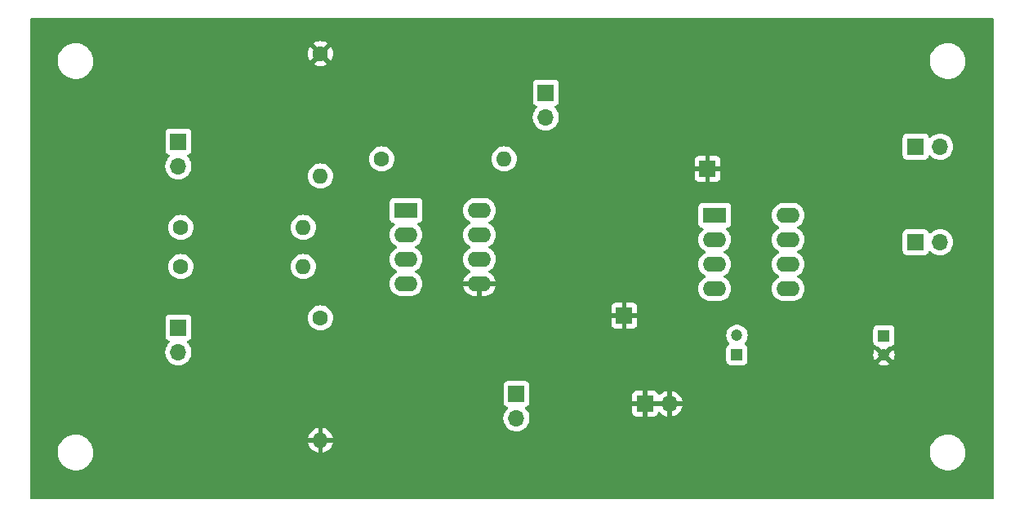
<source format=gbr>
%TF.GenerationSoftware,KiCad,Pcbnew,7.0.10-7.0.10~ubuntu22.04.1*%
%TF.CreationDate,2024-02-22T18:41:36-08:00*%
%TF.ProjectId,INA129-Amplifier,494e4131-3239-42d4-916d-706c69666965,rev?*%
%TF.SameCoordinates,PX2bf7208PY9a4d770*%
%TF.FileFunction,Copper,L2,Bot*%
%TF.FilePolarity,Positive*%
%FSLAX46Y46*%
G04 Gerber Fmt 4.6, Leading zero omitted, Abs format (unit mm)*
G04 Created by KiCad (PCBNEW 7.0.10-7.0.10~ubuntu22.04.1) date 2024-02-22 18:41:36*
%MOMM*%
%LPD*%
G01*
G04 APERTURE LIST*
%TA.AperFunction,ComponentPad*%
%ADD10R,1.700000X1.700000*%
%TD*%
%TA.AperFunction,ComponentPad*%
%ADD11R,2.400000X1.600000*%
%TD*%
%TA.AperFunction,ComponentPad*%
%ADD12O,2.400000X1.600000*%
%TD*%
%TA.AperFunction,ComponentPad*%
%ADD13O,1.700000X1.700000*%
%TD*%
%TA.AperFunction,ComponentPad*%
%ADD14C,1.600000*%
%TD*%
%TA.AperFunction,ComponentPad*%
%ADD15O,1.600000X1.600000*%
%TD*%
%TA.AperFunction,ComponentPad*%
%ADD16R,1.200000X1.200000*%
%TD*%
%TA.AperFunction,ComponentPad*%
%ADD17C,1.200000*%
%TD*%
G04 APERTURE END LIST*
D10*
%TO.P,J9,1,Pin_1*%
%TO.N,GND*%
X70231000Y34290000D03*
%TD*%
%TO.P,J8,1,Pin_1*%
%TO.N,GND*%
X61595000Y19050000D03*
%TD*%
D11*
%TO.P,U3,1*%
%TO.N,/BufferedOutput*%
X70978000Y29454000D03*
D12*
%TO.P,U3,2,-*%
X70978000Y26914000D03*
%TO.P,U3,3,+*%
%TO.N,/UnBufferedOutput*%
X70978000Y24374000D03*
%TO.P,U3,4,V-*%
%TO.N,-9V*%
X70978000Y21834000D03*
%TO.P,U3,5,+*%
%TO.N,Net-(U3B-+)*%
X78598000Y21834000D03*
%TO.P,U3,6,-*%
%TO.N,Net-(U3B--)*%
X78598000Y24374000D03*
%TO.P,U3,7*%
%TO.N,/ConditionedOutput*%
X78598000Y26914000D03*
%TO.P,U3,8,V+*%
%TO.N,+9V*%
X78598000Y29454000D03*
%TD*%
D11*
%TO.P,U1,1,Rg*%
%TO.N,/Gain2*%
X38974000Y29962000D03*
D12*
%TO.P,U1,2,-*%
%TO.N,/NegInputProtected*%
X38974000Y27422000D03*
%TO.P,U1,3,+*%
%TO.N,/PosInputProtected*%
X38974000Y24882000D03*
%TO.P,U1,4,V-*%
%TO.N,-9V*%
X38974000Y22342000D03*
%TO.P,U1,5,Ref*%
%TO.N,GND*%
X46594000Y22342000D03*
%TO.P,U1,6*%
%TO.N,/UnBufferedOutput*%
X46594000Y24882000D03*
%TO.P,U1,7,V+*%
%TO.N,+9V*%
X46594000Y27422000D03*
%TO.P,U1,8,Rg*%
%TO.N,/Gain1*%
X46594000Y29962000D03*
%TD*%
D10*
%TO.P,J5,1,Pin_1*%
%TO.N,GND*%
X63749000Y9906000D03*
D13*
%TO.P,J5,2,Pin_2*%
X66289000Y9906000D03*
%TD*%
D14*
%TO.P,R2,1*%
%TO.N,/PosInput*%
X15621000Y24130000D03*
D15*
%TO.P,R2,2*%
%TO.N,/PosInputProtected*%
X28321000Y24130000D03*
%TD*%
D14*
%TO.P,R3,1*%
%TO.N,/NegInput*%
X15621000Y28194000D03*
D15*
%TO.P,R3,2*%
%TO.N,/NegInputProtected*%
X28321000Y28194000D03*
%TD*%
%TO.P,R5,2*%
%TO.N,GND*%
X30099000Y6096000D03*
D14*
%TO.P,R5,1*%
%TO.N,/PosInputProtected*%
X30099000Y18796000D03*
%TD*%
%TO.P,R6,1*%
%TO.N,GND*%
X30099000Y46228000D03*
D15*
%TO.P,R6,2*%
%TO.N,/NegInputProtected*%
X30099000Y33528000D03*
%TD*%
D14*
%TO.P,R10,1*%
%TO.N,/Gain2*%
X36449000Y35306000D03*
D15*
%TO.P,R10,2*%
%TO.N,/Gain1*%
X49149000Y35306000D03*
%TD*%
D10*
%TO.P,J7,1,Pin_1*%
%TO.N,/ConditionedOutput*%
X91816000Y36581000D03*
D13*
%TO.P,J7,2,Pin_2*%
X94356000Y36581000D03*
%TD*%
D10*
%TO.P,J6,1,Pin_1*%
%TO.N,/ConditionedOutput*%
X91816000Y26670000D03*
D13*
%TO.P,J6,2,Pin_2*%
X94356000Y26670000D03*
%TD*%
%TO.P,J4,2,Pin_2*%
%TO.N,-9V*%
X50419000Y8382000D03*
D10*
%TO.P,J4,1,Pin_1*%
X50419000Y10922000D03*
%TD*%
%TO.P,J3,1,Pin_1*%
%TO.N,+9V*%
X53467000Y42169000D03*
D13*
%TO.P,J3,2,Pin_2*%
X53467000Y39629000D03*
%TD*%
D10*
%TO.P,J1,1,Pin_1*%
%TO.N,/PosInput*%
X15367000Y17785000D03*
D13*
%TO.P,J1,2,Pin_2*%
X15367000Y15245000D03*
%TD*%
D10*
%TO.P,J2,1,Pin_1*%
%TO.N,/NegInput*%
X15367000Y37089000D03*
D13*
%TO.P,J2,2,Pin_2*%
X15367000Y34549000D03*
%TD*%
D16*
%TO.P,C9,1*%
%TO.N,Net-(C10-Pad2)*%
X88519000Y16952000D03*
D17*
%TO.P,C9,2*%
%TO.N,GND*%
X88519000Y14952000D03*
%TD*%
D16*
%TO.P,C7,1*%
%TO.N,Net-(U3B-+)*%
X73279000Y14986000D03*
D17*
%TO.P,C7,2*%
%TO.N,/BufferedOutput*%
X73279000Y16986000D03*
%TD*%
%TA.AperFunction,Conductor*%
%TO.N,GND*%
G36*
X65829507Y10115844D02*
G01*
X65789000Y9977889D01*
X65789000Y9834111D01*
X65829507Y9696156D01*
X65855314Y9656000D01*
X64182686Y9656000D01*
X64208493Y9696156D01*
X64249000Y9834111D01*
X64249000Y9977889D01*
X64208493Y10115844D01*
X64182686Y10156000D01*
X65855314Y10156000D01*
X65829507Y10115844D01*
G37*
%TD.AperFunction*%
%TA.AperFunction,Conductor*%
G36*
X99891539Y49890815D02*
G01*
X99937294Y49838011D01*
X99948500Y49786500D01*
X99948500Y124500D01*
X99928815Y57461D01*
X99876011Y11706D01*
X99824500Y500D01*
X124500Y500D01*
X57461Y20185D01*
X11706Y72989D01*
X500Y124500D01*
X500Y4758237D01*
X2844787Y4758237D01*
X2874413Y4488987D01*
X2874415Y4488976D01*
X2942926Y4226918D01*
X2942928Y4226912D01*
X3048870Y3977610D01*
X3120998Y3859425D01*
X3189979Y3746395D01*
X3189986Y3746385D01*
X3363253Y3538181D01*
X3363259Y3538176D01*
X3564998Y3357418D01*
X3790910Y3207956D01*
X4036176Y3092980D01*
X4036183Y3092978D01*
X4036185Y3092977D01*
X4295557Y3014943D01*
X4295564Y3014942D01*
X4295569Y3014940D01*
X4563561Y2975500D01*
X4563566Y2975500D01*
X4766629Y2975500D01*
X4766631Y2975500D01*
X4766636Y2975501D01*
X4766648Y2975501D01*
X4804191Y2978250D01*
X4969156Y2990323D01*
X5081758Y3015407D01*
X5233546Y3049218D01*
X5233548Y3049219D01*
X5233553Y3049220D01*
X5486558Y3145986D01*
X5722777Y3278559D01*
X5937177Y3444112D01*
X6125186Y3639119D01*
X6282799Y3859421D01*
X6356787Y4003331D01*
X6406649Y4100310D01*
X6406651Y4100316D01*
X6406656Y4100325D01*
X6494118Y4356695D01*
X6543319Y4623067D01*
X6548259Y4758237D01*
X93268787Y4758237D01*
X93298413Y4488987D01*
X93298415Y4488976D01*
X93366926Y4226918D01*
X93366928Y4226912D01*
X93472870Y3977610D01*
X93544998Y3859425D01*
X93613979Y3746395D01*
X93613986Y3746385D01*
X93787253Y3538181D01*
X93787259Y3538176D01*
X93988998Y3357418D01*
X94214910Y3207956D01*
X94460176Y3092980D01*
X94460183Y3092978D01*
X94460185Y3092977D01*
X94719557Y3014943D01*
X94719564Y3014942D01*
X94719569Y3014940D01*
X94987561Y2975500D01*
X94987566Y2975500D01*
X95190629Y2975500D01*
X95190631Y2975500D01*
X95190636Y2975501D01*
X95190648Y2975501D01*
X95228191Y2978250D01*
X95393156Y2990323D01*
X95505758Y3015407D01*
X95657546Y3049218D01*
X95657548Y3049219D01*
X95657553Y3049220D01*
X95910558Y3145986D01*
X96146777Y3278559D01*
X96361177Y3444112D01*
X96549186Y3639119D01*
X96706799Y3859421D01*
X96780787Y4003331D01*
X96830649Y4100310D01*
X96830651Y4100316D01*
X96830656Y4100325D01*
X96918118Y4356695D01*
X96967319Y4623067D01*
X96977212Y4893765D01*
X96947586Y5163018D01*
X96879072Y5425088D01*
X96773130Y5674390D01*
X96632018Y5905610D01*
X96630845Y5907019D01*
X96458746Y6113820D01*
X96458740Y6113825D01*
X96257002Y6294582D01*
X96031092Y6444043D01*
X96031090Y6444044D01*
X95785824Y6559020D01*
X95785819Y6559022D01*
X95785814Y6559024D01*
X95526442Y6637058D01*
X95526428Y6637061D01*
X95410791Y6654079D01*
X95258439Y6676500D01*
X95055369Y6676500D01*
X95055351Y6676500D01*
X94852844Y6661677D01*
X94852831Y6661675D01*
X94588453Y6602783D01*
X94588446Y6602780D01*
X94335439Y6506013D01*
X94099226Y6373443D01*
X94099224Y6373442D01*
X94099223Y6373441D01*
X94048203Y6334045D01*
X93884822Y6207888D01*
X93696822Y6012891D01*
X93696816Y6012884D01*
X93539202Y5792581D01*
X93539199Y5792576D01*
X93415350Y5551691D01*
X93415343Y5551673D01*
X93327884Y5295315D01*
X93327881Y5295301D01*
X93278681Y5028932D01*
X93278680Y5028925D01*
X93268787Y4758237D01*
X6548259Y4758237D01*
X6553212Y4893765D01*
X6523586Y5163018D01*
X6455072Y5425088D01*
X6349130Y5674390D01*
X6208018Y5905610D01*
X6206845Y5907019D01*
X6034746Y6113820D01*
X6034740Y6113825D01*
X5833002Y6294582D01*
X5755282Y6346001D01*
X28820127Y6346001D01*
X28820128Y6346000D01*
X29783314Y6346000D01*
X29771359Y6334045D01*
X29713835Y6221148D01*
X29694014Y6096000D01*
X29713835Y5970852D01*
X29771359Y5857955D01*
X29783314Y5846000D01*
X28820128Y5846000D01*
X28872730Y5649683D01*
X28872734Y5649674D01*
X28968865Y5443518D01*
X29099342Y5257180D01*
X29260179Y5096343D01*
X29446517Y4965866D01*
X29652673Y4869735D01*
X29652682Y4869731D01*
X29848999Y4817128D01*
X29849000Y4817129D01*
X29849000Y5780314D01*
X29860955Y5768359D01*
X29973852Y5710835D01*
X30067519Y5696000D01*
X30130481Y5696000D01*
X30224148Y5710835D01*
X30337045Y5768359D01*
X30349000Y5780314D01*
X30349000Y4817128D01*
X30545317Y4869731D01*
X30545326Y4869735D01*
X30751482Y4965866D01*
X30937820Y5096343D01*
X31098657Y5257180D01*
X31229134Y5443518D01*
X31325265Y5649674D01*
X31325269Y5649683D01*
X31377872Y5846000D01*
X30414686Y5846000D01*
X30426641Y5857955D01*
X30484165Y5970852D01*
X30503986Y6096000D01*
X30484165Y6221148D01*
X30426641Y6334045D01*
X30414686Y6346000D01*
X31377872Y6346000D01*
X31377872Y6346001D01*
X31325269Y6542318D01*
X31325265Y6542327D01*
X31229134Y6748483D01*
X31098657Y6934821D01*
X30937820Y7095658D01*
X30751482Y7226135D01*
X30545328Y7322266D01*
X30349000Y7374873D01*
X30349000Y6411686D01*
X30337045Y6423641D01*
X30224148Y6481165D01*
X30130481Y6496000D01*
X30067519Y6496000D01*
X29973852Y6481165D01*
X29860955Y6423641D01*
X29849000Y6411686D01*
X29849000Y7374873D01*
X29652671Y7322266D01*
X29446517Y7226135D01*
X29260179Y7095658D01*
X29099342Y6934821D01*
X28968865Y6748483D01*
X28872734Y6542327D01*
X28872730Y6542318D01*
X28820127Y6346001D01*
X5755282Y6346001D01*
X5607092Y6444043D01*
X5607090Y6444044D01*
X5361824Y6559020D01*
X5361819Y6559022D01*
X5361814Y6559024D01*
X5102442Y6637058D01*
X5102428Y6637061D01*
X4986791Y6654079D01*
X4834439Y6676500D01*
X4631369Y6676500D01*
X4631351Y6676500D01*
X4428844Y6661677D01*
X4428831Y6661675D01*
X4164453Y6602783D01*
X4164446Y6602780D01*
X3911439Y6506013D01*
X3675226Y6373443D01*
X3675224Y6373442D01*
X3675223Y6373441D01*
X3624203Y6334045D01*
X3460822Y6207888D01*
X3272822Y6012891D01*
X3272816Y6012884D01*
X3115202Y5792581D01*
X3115199Y5792576D01*
X2991350Y5551691D01*
X2991343Y5551673D01*
X2903884Y5295315D01*
X2903881Y5295301D01*
X2854681Y5028932D01*
X2854680Y5028925D01*
X2844787Y4758237D01*
X500Y4758237D01*
X500Y8382000D01*
X49063341Y8382000D01*
X49083936Y8146597D01*
X49083938Y8146587D01*
X49145094Y7918345D01*
X49145096Y7918341D01*
X49145097Y7918337D01*
X49244965Y7704170D01*
X49244967Y7704166D01*
X49353281Y7549479D01*
X49380505Y7510599D01*
X49547599Y7343505D01*
X49644384Y7275735D01*
X49741165Y7207968D01*
X49741167Y7207967D01*
X49741170Y7207965D01*
X49955337Y7108097D01*
X49955343Y7108096D01*
X49955344Y7108095D01*
X50010285Y7093374D01*
X50183592Y7046937D01*
X50371918Y7030461D01*
X50418999Y7026341D01*
X50419000Y7026341D01*
X50419001Y7026341D01*
X50458234Y7029774D01*
X50654408Y7046937D01*
X50882663Y7108097D01*
X51096830Y7207965D01*
X51290401Y7343505D01*
X51457495Y7510599D01*
X51593035Y7704170D01*
X51692903Y7918337D01*
X51754063Y8146592D01*
X51774659Y8382000D01*
X51754063Y8617408D01*
X51692903Y8845663D01*
X51617131Y9008156D01*
X62399000Y9008156D01*
X62405401Y8948628D01*
X62405403Y8948621D01*
X62455645Y8813914D01*
X62455649Y8813907D01*
X62541809Y8698813D01*
X62541812Y8698810D01*
X62656906Y8612650D01*
X62656913Y8612646D01*
X62791620Y8562404D01*
X62791627Y8562402D01*
X62851155Y8556001D01*
X62851172Y8556000D01*
X63499000Y8556000D01*
X63499000Y9470499D01*
X63606685Y9421320D01*
X63713237Y9406000D01*
X63784763Y9406000D01*
X63891315Y9421320D01*
X63999000Y9470499D01*
X63999000Y8556000D01*
X64646828Y8556000D01*
X64646844Y8556001D01*
X64706372Y8562402D01*
X64706379Y8562404D01*
X64841086Y8612646D01*
X64841093Y8612650D01*
X64956187Y8698810D01*
X64956190Y8698813D01*
X65042350Y8813907D01*
X65042354Y8813914D01*
X65091614Y8945987D01*
X65133485Y9001921D01*
X65198949Y9026338D01*
X65267222Y9011487D01*
X65295477Y8990335D01*
X65417917Y8867895D01*
X65611421Y8732400D01*
X65825507Y8632571D01*
X65825516Y8632567D01*
X66039000Y8575366D01*
X66039000Y9470499D01*
X66146685Y9421320D01*
X66253237Y9406000D01*
X66324763Y9406000D01*
X66431315Y9421320D01*
X66539000Y9470499D01*
X66539000Y8575367D01*
X66752483Y8632567D01*
X66752492Y8632571D01*
X66966578Y8732400D01*
X67160082Y8867895D01*
X67327105Y9034918D01*
X67462600Y9228422D01*
X67562429Y9442508D01*
X67562432Y9442514D01*
X67619636Y9656000D01*
X66722686Y9656000D01*
X66748493Y9696156D01*
X66789000Y9834111D01*
X66789000Y9977889D01*
X66748493Y10115844D01*
X66722686Y10156000D01*
X67619636Y10156000D01*
X67619635Y10156001D01*
X67562432Y10369487D01*
X67562429Y10369493D01*
X67462600Y10583578D01*
X67462599Y10583580D01*
X67327113Y10777074D01*
X67327108Y10777080D01*
X67160082Y10944106D01*
X66966578Y11079601D01*
X66752492Y11179430D01*
X66752486Y11179433D01*
X66539000Y11236636D01*
X66539000Y10341502D01*
X66431315Y10390680D01*
X66324763Y10406000D01*
X66253237Y10406000D01*
X66146685Y10390680D01*
X66039000Y10341502D01*
X66039000Y11236636D01*
X66038999Y11236636D01*
X65825513Y11179433D01*
X65825507Y11179430D01*
X65611422Y11079601D01*
X65611420Y11079600D01*
X65417926Y10944114D01*
X65295477Y10821665D01*
X65234154Y10788181D01*
X65164462Y10793165D01*
X65108529Y10835037D01*
X65091614Y10866014D01*
X65042354Y10998087D01*
X65042350Y10998094D01*
X64956190Y11113188D01*
X64956187Y11113191D01*
X64841093Y11199351D01*
X64841086Y11199355D01*
X64706379Y11249597D01*
X64706372Y11249599D01*
X64646844Y11256000D01*
X63999000Y11256000D01*
X63999000Y10341502D01*
X63891315Y10390680D01*
X63784763Y10406000D01*
X63713237Y10406000D01*
X63606685Y10390680D01*
X63499000Y10341502D01*
X63499000Y11256000D01*
X62851155Y11256000D01*
X62791627Y11249599D01*
X62791620Y11249597D01*
X62656913Y11199355D01*
X62656906Y11199351D01*
X62541812Y11113191D01*
X62541809Y11113188D01*
X62455649Y10998094D01*
X62455645Y10998087D01*
X62405403Y10863380D01*
X62405401Y10863373D01*
X62399000Y10803845D01*
X62399000Y10156000D01*
X63315314Y10156000D01*
X63289507Y10115844D01*
X63249000Y9977889D01*
X63249000Y9834111D01*
X63289507Y9696156D01*
X63315314Y9656000D01*
X62399000Y9656000D01*
X62399000Y9008156D01*
X51617131Y9008156D01*
X51593035Y9059829D01*
X51474985Y9228422D01*
X51457496Y9253400D01*
X51457495Y9253401D01*
X51335567Y9375329D01*
X51302084Y9436649D01*
X51307068Y9506341D01*
X51348939Y9562275D01*
X51379915Y9579190D01*
X51511331Y9628204D01*
X51626546Y9714454D01*
X51712796Y9829669D01*
X51763091Y9964517D01*
X51769500Y10024127D01*
X51769499Y11819872D01*
X51763091Y11879483D01*
X51712796Y12014331D01*
X51712795Y12014332D01*
X51712793Y12014336D01*
X51626547Y12129545D01*
X51626544Y12129548D01*
X51511335Y12215794D01*
X51511328Y12215798D01*
X51376482Y12266092D01*
X51376483Y12266092D01*
X51316883Y12272499D01*
X51316881Y12272500D01*
X51316873Y12272500D01*
X51316864Y12272500D01*
X49521129Y12272500D01*
X49521123Y12272499D01*
X49461516Y12266092D01*
X49326671Y12215798D01*
X49326664Y12215794D01*
X49211455Y12129548D01*
X49211452Y12129545D01*
X49125206Y12014336D01*
X49125202Y12014329D01*
X49074908Y11879483D01*
X49068501Y11819884D01*
X49068501Y11819877D01*
X49068500Y11819865D01*
X49068500Y10024130D01*
X49068501Y10024124D01*
X49074908Y9964517D01*
X49125202Y9829672D01*
X49125206Y9829665D01*
X49211452Y9714456D01*
X49211455Y9714453D01*
X49326664Y9628207D01*
X49326671Y9628203D01*
X49458081Y9579190D01*
X49514015Y9537319D01*
X49538432Y9471855D01*
X49523580Y9403582D01*
X49502430Y9375327D01*
X49380503Y9253400D01*
X49244965Y9059831D01*
X49244964Y9059829D01*
X49145098Y8845665D01*
X49145094Y8845656D01*
X49083938Y8617414D01*
X49083936Y8617404D01*
X49063341Y8382001D01*
X49063341Y8382000D01*
X500Y8382000D01*
X500Y15245000D01*
X14011341Y15245000D01*
X14031936Y15009597D01*
X14031938Y15009587D01*
X14093094Y14781345D01*
X14093096Y14781341D01*
X14093097Y14781337D01*
X14153408Y14652000D01*
X14192965Y14567170D01*
X14192967Y14567166D01*
X14202935Y14552931D01*
X14328505Y14373599D01*
X14495599Y14206505D01*
X14585334Y14143672D01*
X14689165Y14070968D01*
X14689167Y14070967D01*
X14689170Y14070965D01*
X14903337Y13971097D01*
X15131592Y13909937D01*
X15319918Y13893461D01*
X15366999Y13889341D01*
X15367000Y13889341D01*
X15367001Y13889341D01*
X15406234Y13892774D01*
X15602408Y13909937D01*
X15830663Y13971097D01*
X16044830Y14070965D01*
X16238401Y14206505D01*
X16405495Y14373599D01*
X16541035Y14567170D01*
X16640903Y14781337D01*
X16702063Y15009592D01*
X16722659Y15245000D01*
X16702063Y15480408D01*
X16655626Y15653715D01*
X16640905Y15708656D01*
X16640904Y15708657D01*
X16640903Y15708663D01*
X16541035Y15922829D01*
X16526527Y15943548D01*
X16405496Y16116400D01*
X16346760Y16175136D01*
X16283567Y16238329D01*
X16250084Y16299649D01*
X16255068Y16369341D01*
X16296939Y16425275D01*
X16327915Y16442190D01*
X16459331Y16491204D01*
X16574546Y16577454D01*
X16660796Y16692669D01*
X16711091Y16827517D01*
X16717500Y16887127D01*
X16717500Y16986000D01*
X72173785Y16986000D01*
X72192602Y16782918D01*
X72248417Y16586753D01*
X72248422Y16586740D01*
X72331930Y16419035D01*
X72339327Y16404179D01*
X72462236Y16241421D01*
X72469448Y16234846D01*
X72505729Y16175136D01*
X72503969Y16105288D01*
X72464726Y16047480D01*
X72443729Y16035374D01*
X72444454Y16034047D01*
X72436664Y16029794D01*
X72321455Y15943548D01*
X72321452Y15943545D01*
X72235206Y15828336D01*
X72235202Y15828329D01*
X72184908Y15693483D01*
X72178501Y15633884D01*
X72178501Y15633877D01*
X72178500Y15633865D01*
X72178500Y14338130D01*
X72178501Y14338124D01*
X72184908Y14278517D01*
X72235202Y14143672D01*
X72235206Y14143665D01*
X72321452Y14028456D01*
X72321455Y14028453D01*
X72436664Y13942207D01*
X72436671Y13942203D01*
X72571517Y13891909D01*
X72571516Y13891909D01*
X72578444Y13891165D01*
X72631127Y13885500D01*
X73926872Y13885501D01*
X73986483Y13891909D01*
X74121331Y13942204D01*
X74222261Y14017760D01*
X87938311Y14017760D01*
X88026585Y13963103D01*
X88216678Y13889461D01*
X88417072Y13852000D01*
X88620928Y13852000D01*
X88821322Y13889461D01*
X89011412Y13963101D01*
X89011416Y13963103D01*
X89099686Y14017759D01*
X89099686Y14017760D01*
X88519001Y14598447D01*
X88519000Y14598447D01*
X87938311Y14017760D01*
X74222261Y14017760D01*
X74236546Y14028454D01*
X74322796Y14143669D01*
X74373091Y14278517D01*
X74379500Y14338127D01*
X74379500Y14952000D01*
X87414287Y14952000D01*
X87433096Y14749011D01*
X87433097Y14749008D01*
X87488883Y14552937D01*
X87488886Y14552931D01*
X87579751Y14370449D01*
X87581533Y14368089D01*
X88165446Y14952000D01*
X88137286Y14980160D01*
X88215105Y14980160D01*
X88225454Y14868479D01*
X88275448Y14768078D01*
X88358334Y14692516D01*
X88462920Y14652000D01*
X88546802Y14652000D01*
X88629250Y14667412D01*
X88724610Y14726457D01*
X88792201Y14815962D01*
X88822895Y14923840D01*
X88820286Y14952000D01*
X88872553Y14952000D01*
X89456465Y14368088D01*
X89458247Y14370447D01*
X89458248Y14370449D01*
X89549113Y14552931D01*
X89549116Y14552937D01*
X89604902Y14749008D01*
X89604903Y14749011D01*
X89623713Y14952000D01*
X89623713Y14952001D01*
X89604903Y15154990D01*
X89604902Y15154993D01*
X89549116Y15351064D01*
X89549113Y15351070D01*
X89458249Y15533551D01*
X89458247Y15533553D01*
X89456465Y15535913D01*
X88872553Y14952000D01*
X88820286Y14952000D01*
X88812546Y15035521D01*
X88762552Y15135922D01*
X88679666Y15211484D01*
X88575080Y15252000D01*
X88491198Y15252000D01*
X88408750Y15236588D01*
X88313390Y15177543D01*
X88245799Y15088038D01*
X88215105Y14980160D01*
X88137286Y14980160D01*
X87581533Y15535913D01*
X87579755Y15533558D01*
X87579754Y15533557D01*
X87488886Y15351070D01*
X87488883Y15351064D01*
X87433097Y15154993D01*
X87433096Y15154990D01*
X87414287Y14952001D01*
X87414287Y14952000D01*
X74379500Y14952000D01*
X74379499Y15633872D01*
X74373091Y15693483D01*
X74367429Y15708663D01*
X74322797Y15828329D01*
X74322793Y15828336D01*
X74236547Y15943545D01*
X74236544Y15943548D01*
X74121335Y16029794D01*
X74113546Y16034047D01*
X74115238Y16037148D01*
X74072828Y16068890D01*
X74048406Y16134352D01*
X74063252Y16202626D01*
X74088552Y16234847D01*
X74095764Y16241421D01*
X74143120Y16304130D01*
X87418500Y16304130D01*
X87418501Y16304124D01*
X87424908Y16244517D01*
X87475202Y16109672D01*
X87475206Y16109665D01*
X87561452Y15994456D01*
X87561455Y15994453D01*
X87676664Y15908207D01*
X87676671Y15908203D01*
X87811516Y15857909D01*
X87837419Y15855125D01*
X87871127Y15851500D01*
X87921692Y15851501D01*
X87988729Y15831818D01*
X88009372Y15815182D01*
X88519000Y15305554D01*
X89028628Y15815182D01*
X89089951Y15848667D01*
X89116308Y15851501D01*
X89166872Y15851501D01*
X89226483Y15857909D01*
X89361331Y15908204D01*
X89476546Y15994454D01*
X89562796Y16109669D01*
X89613091Y16244517D01*
X89619500Y16304127D01*
X89619499Y17599872D01*
X89613091Y17659483D01*
X89610872Y17665432D01*
X89562797Y17794329D01*
X89562793Y17794336D01*
X89476547Y17909545D01*
X89476544Y17909548D01*
X89361335Y17995794D01*
X89361328Y17995798D01*
X89226482Y18046092D01*
X89226483Y18046092D01*
X89166883Y18052499D01*
X89166881Y18052500D01*
X89166873Y18052500D01*
X89166864Y18052500D01*
X87871129Y18052500D01*
X87871123Y18052499D01*
X87811516Y18046092D01*
X87676671Y17995798D01*
X87676664Y17995794D01*
X87561455Y17909548D01*
X87561452Y17909545D01*
X87475206Y17794336D01*
X87475202Y17794329D01*
X87424908Y17659483D01*
X87418501Y17599884D01*
X87418501Y17599877D01*
X87418500Y17599865D01*
X87418500Y16304130D01*
X74143120Y16304130D01*
X74218673Y16404179D01*
X74309582Y16586750D01*
X74365397Y16782917D01*
X74384215Y16986000D01*
X74365397Y17189083D01*
X74309582Y17385250D01*
X74218673Y17567821D01*
X74118856Y17700000D01*
X74095762Y17730582D01*
X73945041Y17867981D01*
X73945039Y17867983D01*
X73771642Y17975345D01*
X73771635Y17975349D01*
X73676546Y18012186D01*
X73581456Y18049024D01*
X73380976Y18086500D01*
X73177024Y18086500D01*
X72976544Y18049024D01*
X72976541Y18049024D01*
X72976541Y18049023D01*
X72786364Y17975349D01*
X72786357Y17975345D01*
X72612960Y17867983D01*
X72612958Y17867981D01*
X72462237Y17730582D01*
X72339327Y17567822D01*
X72248422Y17385261D01*
X72248417Y17385248D01*
X72192602Y17189083D01*
X72173785Y16986001D01*
X72173785Y16986000D01*
X16717500Y16986000D01*
X16717499Y18682872D01*
X16711091Y18742483D01*
X16691130Y18795999D01*
X28793532Y18795999D01*
X28813364Y18569314D01*
X28813366Y18569303D01*
X28872258Y18349512D01*
X28872261Y18349503D01*
X28968431Y18143268D01*
X28968432Y18143266D01*
X29098954Y17956859D01*
X29259858Y17795955D01*
X29259861Y17795953D01*
X29446266Y17665432D01*
X29652504Y17569261D01*
X29872308Y17510365D01*
X30034230Y17496199D01*
X30098998Y17490532D01*
X30099000Y17490532D01*
X30099002Y17490532D01*
X30155673Y17495491D01*
X30325692Y17510365D01*
X30545496Y17569261D01*
X30751734Y17665432D01*
X30938139Y17795953D01*
X31099047Y17956861D01*
X31229568Y18143266D01*
X31233714Y18152156D01*
X60245000Y18152156D01*
X60251401Y18092628D01*
X60251403Y18092621D01*
X60301645Y17957914D01*
X60301649Y17957907D01*
X60387809Y17842813D01*
X60387812Y17842810D01*
X60502906Y17756650D01*
X60502913Y17756646D01*
X60637620Y17706404D01*
X60637627Y17706402D01*
X60697155Y17700001D01*
X60697172Y17700000D01*
X61345000Y17700000D01*
X61345000Y18614499D01*
X61452685Y18565320D01*
X61559237Y18550000D01*
X61630763Y18550000D01*
X61737315Y18565320D01*
X61845000Y18614499D01*
X61845000Y17700000D01*
X62492828Y17700000D01*
X62492844Y17700001D01*
X62552372Y17706402D01*
X62552379Y17706404D01*
X62687086Y17756646D01*
X62687093Y17756650D01*
X62802187Y17842810D01*
X62802190Y17842813D01*
X62888350Y17957907D01*
X62888354Y17957914D01*
X62938596Y18092621D01*
X62938598Y18092628D01*
X62944999Y18152156D01*
X62945000Y18152173D01*
X62945000Y18800000D01*
X62028686Y18800000D01*
X62054493Y18840156D01*
X62095000Y18978111D01*
X62095000Y19121889D01*
X62054493Y19259844D01*
X62028686Y19300000D01*
X62945000Y19300000D01*
X62945000Y19947828D01*
X62944999Y19947845D01*
X62938598Y20007373D01*
X62938596Y20007380D01*
X62888354Y20142087D01*
X62888350Y20142094D01*
X62802190Y20257188D01*
X62802187Y20257191D01*
X62687093Y20343351D01*
X62687086Y20343355D01*
X62552379Y20393597D01*
X62552372Y20393599D01*
X62492844Y20400000D01*
X61845000Y20400000D01*
X61845000Y19485502D01*
X61737315Y19534680D01*
X61630763Y19550000D01*
X61559237Y19550000D01*
X61452685Y19534680D01*
X61345000Y19485502D01*
X61345000Y20400000D01*
X60697155Y20400000D01*
X60637627Y20393599D01*
X60637620Y20393597D01*
X60502913Y20343355D01*
X60502906Y20343351D01*
X60387812Y20257191D01*
X60387809Y20257188D01*
X60301649Y20142094D01*
X60301645Y20142087D01*
X60251403Y20007380D01*
X60251401Y20007373D01*
X60245000Y19947845D01*
X60245000Y19300000D01*
X61161314Y19300000D01*
X61135507Y19259844D01*
X61095000Y19121889D01*
X61095000Y18978111D01*
X61135507Y18840156D01*
X61161314Y18800000D01*
X60245000Y18800000D01*
X60245000Y18152156D01*
X31233714Y18152156D01*
X31325739Y18349504D01*
X31384635Y18569308D01*
X31404468Y18796000D01*
X31384635Y19022692D01*
X31325739Y19242496D01*
X31229568Y19448734D01*
X31099047Y19635139D01*
X31099045Y19635142D01*
X30938141Y19796046D01*
X30751734Y19926568D01*
X30751732Y19926569D01*
X30545497Y20022739D01*
X30545488Y20022742D01*
X30325697Y20081634D01*
X30325693Y20081635D01*
X30325692Y20081635D01*
X30325691Y20081636D01*
X30325686Y20081636D01*
X30099002Y20101468D01*
X30098998Y20101468D01*
X29872313Y20081636D01*
X29872302Y20081634D01*
X29652511Y20022742D01*
X29652502Y20022739D01*
X29446267Y19926569D01*
X29446265Y19926568D01*
X29259858Y19796046D01*
X29098954Y19635142D01*
X28968432Y19448735D01*
X28968431Y19448733D01*
X28872261Y19242498D01*
X28872258Y19242489D01*
X28813366Y19022698D01*
X28813364Y19022687D01*
X28793532Y18796002D01*
X28793532Y18795999D01*
X16691130Y18795999D01*
X16691130Y18796000D01*
X16660797Y18877329D01*
X16660793Y18877336D01*
X16574547Y18992545D01*
X16574544Y18992548D01*
X16459335Y19078794D01*
X16459328Y19078798D01*
X16324482Y19129092D01*
X16324483Y19129092D01*
X16264883Y19135499D01*
X16264881Y19135500D01*
X16264873Y19135500D01*
X16264864Y19135500D01*
X14469129Y19135500D01*
X14469123Y19135499D01*
X14409516Y19129092D01*
X14274671Y19078798D01*
X14274664Y19078794D01*
X14159455Y18992548D01*
X14159452Y18992545D01*
X14073206Y18877336D01*
X14073202Y18877329D01*
X14022908Y18742483D01*
X14016501Y18682884D01*
X14016501Y18682877D01*
X14016500Y18682865D01*
X14016500Y16887130D01*
X14016501Y16887124D01*
X14022908Y16827517D01*
X14073202Y16692672D01*
X14073206Y16692665D01*
X14159452Y16577456D01*
X14159455Y16577453D01*
X14274664Y16491207D01*
X14274671Y16491203D01*
X14406081Y16442190D01*
X14462015Y16400319D01*
X14486432Y16334855D01*
X14471580Y16266582D01*
X14450430Y16238327D01*
X14328503Y16116400D01*
X14192965Y15922831D01*
X14192964Y15922829D01*
X14093098Y15708665D01*
X14093094Y15708656D01*
X14031938Y15480414D01*
X14031936Y15480404D01*
X14011341Y15245001D01*
X14011341Y15245000D01*
X500Y15245000D01*
X500Y22341999D01*
X37268532Y22341999D01*
X37288364Y22115314D01*
X37288366Y22115303D01*
X37347258Y21895512D01*
X37347261Y21895503D01*
X37443431Y21689268D01*
X37443432Y21689266D01*
X37573954Y21502859D01*
X37734858Y21341955D01*
X37734861Y21341953D01*
X37921266Y21211432D01*
X38127504Y21115261D01*
X38347308Y21056365D01*
X38517214Y21041501D01*
X38517215Y21041500D01*
X38517216Y21041500D01*
X39430785Y21041500D01*
X39430785Y21041501D01*
X39600692Y21056365D01*
X39820496Y21115261D01*
X40026734Y21211432D01*
X40213139Y21341953D01*
X40374047Y21502861D01*
X40504568Y21689266D01*
X40600739Y21895504D01*
X40659635Y22115308D01*
X40679468Y22342000D01*
X40659635Y22568692D01*
X40600739Y22788496D01*
X40504568Y22994734D01*
X40374047Y23181139D01*
X40374045Y23181142D01*
X40213141Y23342046D01*
X40026734Y23472568D01*
X40026728Y23472571D01*
X39968725Y23499618D01*
X39916285Y23545790D01*
X39897133Y23612983D01*
X39917348Y23679865D01*
X39968725Y23724382D01*
X40026734Y23751432D01*
X40213139Y23881953D01*
X40374047Y24042861D01*
X40504568Y24229266D01*
X40600739Y24435504D01*
X40659635Y24655308D01*
X40679468Y24881999D01*
X44888532Y24881999D01*
X44908364Y24655314D01*
X44908366Y24655303D01*
X44967258Y24435512D01*
X44967261Y24435503D01*
X45063431Y24229268D01*
X45063432Y24229266D01*
X45193954Y24042859D01*
X45354858Y23881955D01*
X45354861Y23881953D01*
X45541266Y23751432D01*
X45599865Y23724107D01*
X45652305Y23677935D01*
X45671457Y23610742D01*
X45651242Y23543861D01*
X45599867Y23499343D01*
X45541515Y23472133D01*
X45355179Y23341658D01*
X45194342Y23180821D01*
X45063865Y22994483D01*
X44967734Y22788327D01*
X44967730Y22788318D01*
X44915127Y22592001D01*
X44915128Y22592000D01*
X46160314Y22592000D01*
X46134507Y22551844D01*
X46094000Y22413889D01*
X46094000Y22270111D01*
X46134507Y22132156D01*
X46160314Y22092000D01*
X44915128Y22092000D01*
X44967730Y21895683D01*
X44967734Y21895674D01*
X45063865Y21689518D01*
X45194342Y21503180D01*
X45355179Y21342343D01*
X45541517Y21211866D01*
X45747673Y21115735D01*
X45747682Y21115731D01*
X45967389Y21056861D01*
X45967400Y21056859D01*
X46137233Y21042001D01*
X46137236Y21042000D01*
X46344000Y21042000D01*
X46344000Y21906499D01*
X46451685Y21857320D01*
X46558237Y21842000D01*
X46629763Y21842000D01*
X46736315Y21857320D01*
X46844000Y21906499D01*
X46844000Y21042000D01*
X47050764Y21042000D01*
X47050766Y21042001D01*
X47220599Y21056859D01*
X47220610Y21056861D01*
X47440317Y21115731D01*
X47440326Y21115735D01*
X47646482Y21211866D01*
X47832820Y21342343D01*
X47993657Y21503180D01*
X48124134Y21689518D01*
X48191506Y21833999D01*
X69272532Y21833999D01*
X69292364Y21607314D01*
X69292366Y21607303D01*
X69351258Y21387512D01*
X69351261Y21387503D01*
X69447431Y21181268D01*
X69447432Y21181266D01*
X69577954Y20994859D01*
X69738858Y20833955D01*
X69738861Y20833953D01*
X69925266Y20703432D01*
X70131504Y20607261D01*
X70351308Y20548365D01*
X70521214Y20533501D01*
X70521215Y20533500D01*
X70521216Y20533500D01*
X71434785Y20533500D01*
X71434785Y20533501D01*
X71604692Y20548365D01*
X71824496Y20607261D01*
X72030734Y20703432D01*
X72217139Y20833953D01*
X72378047Y20994861D01*
X72508568Y21181266D01*
X72604739Y21387504D01*
X72663635Y21607308D01*
X72683468Y21833999D01*
X76892532Y21833999D01*
X76912364Y21607314D01*
X76912366Y21607303D01*
X76971258Y21387512D01*
X76971261Y21387503D01*
X77067431Y21181268D01*
X77067432Y21181266D01*
X77197954Y20994859D01*
X77358858Y20833955D01*
X77358861Y20833953D01*
X77545266Y20703432D01*
X77751504Y20607261D01*
X77971308Y20548365D01*
X78141214Y20533501D01*
X78141215Y20533500D01*
X78141216Y20533500D01*
X79054785Y20533500D01*
X79054785Y20533501D01*
X79224692Y20548365D01*
X79444496Y20607261D01*
X79650734Y20703432D01*
X79837139Y20833953D01*
X79998047Y20994861D01*
X80128568Y21181266D01*
X80224739Y21387504D01*
X80283635Y21607308D01*
X80303468Y21834000D01*
X80283635Y22060692D01*
X80224739Y22280496D01*
X80128568Y22486734D01*
X79998047Y22673139D01*
X79998045Y22673142D01*
X79837141Y22834046D01*
X79650734Y22964568D01*
X79650728Y22964571D01*
X79592725Y22991618D01*
X79540285Y23037790D01*
X79521133Y23104983D01*
X79541348Y23171865D01*
X79592725Y23216382D01*
X79650734Y23243432D01*
X79837139Y23373953D01*
X79998047Y23534861D01*
X80128568Y23721266D01*
X80224739Y23927504D01*
X80283635Y24147308D01*
X80303468Y24374000D01*
X80283635Y24600692D01*
X80224739Y24820496D01*
X80128568Y25026734D01*
X79998047Y25213139D01*
X79998045Y25213142D01*
X79837141Y25374046D01*
X79650734Y25504568D01*
X79650728Y25504571D01*
X79592725Y25531618D01*
X79540285Y25577790D01*
X79521133Y25644983D01*
X79541348Y25711865D01*
X79592725Y25756382D01*
X79626497Y25772130D01*
X90465500Y25772130D01*
X90465501Y25772124D01*
X90471908Y25712517D01*
X90522202Y25577672D01*
X90522206Y25577665D01*
X90608452Y25462456D01*
X90608455Y25462453D01*
X90723664Y25376207D01*
X90723671Y25376203D01*
X90858517Y25325909D01*
X90858516Y25325909D01*
X90865444Y25325165D01*
X90918127Y25319500D01*
X92713872Y25319501D01*
X92773483Y25325909D01*
X92908331Y25376204D01*
X93023546Y25462454D01*
X93109796Y25577669D01*
X93158810Y25709084D01*
X93200681Y25765016D01*
X93266145Y25789434D01*
X93334418Y25774583D01*
X93362673Y25753431D01*
X93484599Y25631505D01*
X93581384Y25563735D01*
X93678165Y25495968D01*
X93678167Y25495967D01*
X93678170Y25495965D01*
X93892337Y25396097D01*
X94120592Y25334937D01*
X94297034Y25319500D01*
X94355999Y25314341D01*
X94356000Y25314341D01*
X94356001Y25314341D01*
X94414966Y25319500D01*
X94591408Y25334937D01*
X94819663Y25396097D01*
X95033830Y25495965D01*
X95227401Y25631505D01*
X95394495Y25798599D01*
X95530035Y25992170D01*
X95629903Y26206337D01*
X95691063Y26434592D01*
X95711659Y26670000D01*
X95691063Y26905408D01*
X95629903Y27133663D01*
X95530035Y27347829D01*
X95525112Y27354861D01*
X95394494Y27541403D01*
X95227402Y27708494D01*
X95227395Y27708499D01*
X95033834Y27844033D01*
X95033830Y27844035D01*
X94981369Y27868498D01*
X94819663Y27943903D01*
X94819659Y27943904D01*
X94819655Y27943906D01*
X94591413Y28005062D01*
X94591403Y28005064D01*
X94356001Y28025659D01*
X94355999Y28025659D01*
X94120596Y28005064D01*
X94120586Y28005062D01*
X93892344Y27943906D01*
X93892335Y27943902D01*
X93678171Y27844036D01*
X93678169Y27844035D01*
X93484600Y27708497D01*
X93362673Y27586570D01*
X93301350Y27553086D01*
X93231658Y27558070D01*
X93175725Y27599942D01*
X93158810Y27630919D01*
X93109797Y27762329D01*
X93109793Y27762336D01*
X93023547Y27877545D01*
X93023544Y27877548D01*
X92908335Y27963794D01*
X92908328Y27963798D01*
X92773482Y28014092D01*
X92773483Y28014092D01*
X92713883Y28020499D01*
X92713881Y28020500D01*
X92713873Y28020500D01*
X92713864Y28020500D01*
X90918129Y28020500D01*
X90918123Y28020499D01*
X90858516Y28014092D01*
X90723671Y27963798D01*
X90723664Y27963794D01*
X90608455Y27877548D01*
X90608452Y27877545D01*
X90522206Y27762336D01*
X90522202Y27762329D01*
X90471908Y27627483D01*
X90465501Y27567884D01*
X90465500Y27567865D01*
X90465500Y25772130D01*
X79626497Y25772130D01*
X79650734Y25783432D01*
X79837139Y25913953D01*
X79998047Y26074861D01*
X80128568Y26261266D01*
X80224739Y26467504D01*
X80283635Y26687308D01*
X80303468Y26914000D01*
X80283635Y27140692D01*
X80228133Y27347831D01*
X80224741Y27360489D01*
X80224738Y27360498D01*
X80128568Y27566733D01*
X80128567Y27566735D01*
X80127762Y27567884D01*
X79998047Y27753139D01*
X79998045Y27753142D01*
X79837141Y27914046D01*
X79650734Y28044568D01*
X79650728Y28044571D01*
X79592725Y28071618D01*
X79540285Y28117790D01*
X79521133Y28184983D01*
X79541348Y28251865D01*
X79592725Y28296382D01*
X79650734Y28323432D01*
X79837139Y28453953D01*
X79998047Y28614861D01*
X80128568Y28801266D01*
X80224739Y29007504D01*
X80283635Y29227308D01*
X80303468Y29454000D01*
X80283635Y29680692D01*
X80224739Y29900496D01*
X80128568Y30106734D01*
X79998047Y30293139D01*
X79998045Y30293142D01*
X79837141Y30454046D01*
X79650734Y30584568D01*
X79650732Y30584569D01*
X79444497Y30680739D01*
X79444488Y30680742D01*
X79224697Y30739634D01*
X79224687Y30739636D01*
X79054785Y30754500D01*
X79054784Y30754500D01*
X78141216Y30754500D01*
X78141215Y30754500D01*
X77971312Y30739636D01*
X77971302Y30739634D01*
X77751511Y30680742D01*
X77751502Y30680739D01*
X77545267Y30584569D01*
X77545265Y30584568D01*
X77358858Y30454046D01*
X77197954Y30293142D01*
X77067432Y30106735D01*
X77067431Y30106733D01*
X76971261Y29900498D01*
X76971258Y29900489D01*
X76912366Y29680698D01*
X76912364Y29680687D01*
X76892532Y29454002D01*
X76892532Y29453999D01*
X76912364Y29227314D01*
X76912366Y29227303D01*
X76971258Y29007512D01*
X76971261Y29007503D01*
X77067431Y28801268D01*
X77067432Y28801266D01*
X77197954Y28614859D01*
X77358858Y28453955D01*
X77379825Y28439274D01*
X77545266Y28323432D01*
X77603275Y28296382D01*
X77655714Y28250209D01*
X77674866Y28183016D01*
X77654650Y28116135D01*
X77603275Y28071618D01*
X77545267Y28044569D01*
X77545265Y28044568D01*
X77358858Y27914046D01*
X77197954Y27753142D01*
X77067432Y27566735D01*
X77067431Y27566733D01*
X76971261Y27360498D01*
X76971258Y27360489D01*
X76912366Y27140698D01*
X76912364Y27140687D01*
X76892532Y26914002D01*
X76892532Y26913999D01*
X76912364Y26687314D01*
X76912366Y26687303D01*
X76971258Y26467512D01*
X76971261Y26467503D01*
X77067431Y26261268D01*
X77067432Y26261266D01*
X77197954Y26074859D01*
X77358858Y25913955D01*
X77358861Y25913953D01*
X77545266Y25783432D01*
X77603275Y25756382D01*
X77655714Y25710209D01*
X77674866Y25643016D01*
X77654650Y25576135D01*
X77603275Y25531618D01*
X77545267Y25504569D01*
X77545265Y25504568D01*
X77358858Y25374046D01*
X77197954Y25213142D01*
X77067432Y25026735D01*
X77067431Y25026733D01*
X76971261Y24820498D01*
X76971258Y24820489D01*
X76912366Y24600698D01*
X76912364Y24600687D01*
X76892532Y24374002D01*
X76892532Y24373999D01*
X76912364Y24147314D01*
X76912366Y24147303D01*
X76971258Y23927512D01*
X76971261Y23927503D01*
X77067431Y23721268D01*
X77067432Y23721266D01*
X77197954Y23534859D01*
X77358858Y23373955D01*
X77358861Y23373953D01*
X77545266Y23243432D01*
X77603275Y23216382D01*
X77655714Y23170209D01*
X77674866Y23103016D01*
X77654650Y23036135D01*
X77603275Y22991618D01*
X77545267Y22964569D01*
X77545265Y22964568D01*
X77358858Y22834046D01*
X77197954Y22673142D01*
X77067432Y22486735D01*
X77067431Y22486733D01*
X76971261Y22280498D01*
X76971258Y22280489D01*
X76912366Y22060698D01*
X76912364Y22060687D01*
X76892532Y21834002D01*
X76892532Y21833999D01*
X72683468Y21833999D01*
X72683468Y21834000D01*
X72663635Y22060692D01*
X72604739Y22280496D01*
X72508568Y22486734D01*
X72378047Y22673139D01*
X72378045Y22673142D01*
X72217141Y22834046D01*
X72030734Y22964568D01*
X72030728Y22964571D01*
X71972725Y22991618D01*
X71920285Y23037790D01*
X71901133Y23104983D01*
X71921348Y23171865D01*
X71972725Y23216382D01*
X72030734Y23243432D01*
X72217139Y23373953D01*
X72378047Y23534861D01*
X72508568Y23721266D01*
X72604739Y23927504D01*
X72663635Y24147308D01*
X72683468Y24374000D01*
X72663635Y24600692D01*
X72604739Y24820496D01*
X72508568Y25026734D01*
X72378047Y25213139D01*
X72378045Y25213142D01*
X72217141Y25374046D01*
X72030734Y25504568D01*
X72030728Y25504571D01*
X71972725Y25531618D01*
X71920285Y25577790D01*
X71901133Y25644983D01*
X71921348Y25711865D01*
X71972725Y25756382D01*
X72030734Y25783432D01*
X72217139Y25913953D01*
X72378047Y26074861D01*
X72508568Y26261266D01*
X72604739Y26467504D01*
X72663635Y26687308D01*
X72683468Y26914000D01*
X72663635Y27140692D01*
X72608133Y27347831D01*
X72604741Y27360489D01*
X72604738Y27360498D01*
X72508568Y27566733D01*
X72508567Y27566735D01*
X72507762Y27567884D01*
X72378047Y27753139D01*
X72378045Y27753142D01*
X72217143Y27914044D01*
X72192536Y27931274D01*
X72148912Y27985851D01*
X72141719Y28055350D01*
X72173241Y28117704D01*
X72233471Y28153118D01*
X72250404Y28156139D01*
X72285483Y28159909D01*
X72420331Y28210204D01*
X72535546Y28296454D01*
X72621796Y28411669D01*
X72672091Y28546517D01*
X72678500Y28606127D01*
X72678499Y30301872D01*
X72672091Y30361483D01*
X72654556Y30408496D01*
X72621797Y30496329D01*
X72621793Y30496336D01*
X72535547Y30611545D01*
X72535544Y30611548D01*
X72420335Y30697794D01*
X72420328Y30697798D01*
X72285482Y30748092D01*
X72285483Y30748092D01*
X72225883Y30754499D01*
X72225881Y30754500D01*
X72225873Y30754500D01*
X72225864Y30754500D01*
X69730129Y30754500D01*
X69730123Y30754499D01*
X69670516Y30748092D01*
X69535671Y30697798D01*
X69535664Y30697794D01*
X69420455Y30611548D01*
X69420452Y30611545D01*
X69334206Y30496336D01*
X69334202Y30496329D01*
X69283908Y30361483D01*
X69277501Y30301884D01*
X69277501Y30301877D01*
X69277500Y30301865D01*
X69277500Y28606130D01*
X69277501Y28606124D01*
X69283908Y28546517D01*
X69334202Y28411672D01*
X69334206Y28411665D01*
X69420452Y28296456D01*
X69420455Y28296453D01*
X69535664Y28210207D01*
X69535671Y28210203D01*
X69579109Y28194002D01*
X69670517Y28159909D01*
X69705596Y28156138D01*
X69770144Y28129401D01*
X69809993Y28072009D01*
X69812488Y28002184D01*
X69776836Y27942095D01*
X69763464Y27931275D01*
X69738858Y27914046D01*
X69577954Y27753142D01*
X69447432Y27566735D01*
X69447431Y27566733D01*
X69351261Y27360498D01*
X69351258Y27360489D01*
X69292366Y27140698D01*
X69292364Y27140687D01*
X69272532Y26914002D01*
X69272532Y26913999D01*
X69292364Y26687314D01*
X69292366Y26687303D01*
X69351258Y26467512D01*
X69351261Y26467503D01*
X69447431Y26261268D01*
X69447432Y26261266D01*
X69577954Y26074859D01*
X69738858Y25913955D01*
X69738861Y25913953D01*
X69925266Y25783432D01*
X69983275Y25756382D01*
X70035714Y25710209D01*
X70054866Y25643016D01*
X70034650Y25576135D01*
X69983275Y25531618D01*
X69925267Y25504569D01*
X69925265Y25504568D01*
X69738858Y25374046D01*
X69577954Y25213142D01*
X69447432Y25026735D01*
X69447431Y25026733D01*
X69351261Y24820498D01*
X69351258Y24820489D01*
X69292366Y24600698D01*
X69292364Y24600687D01*
X69272532Y24374002D01*
X69272532Y24373999D01*
X69292364Y24147314D01*
X69292366Y24147303D01*
X69351258Y23927512D01*
X69351261Y23927503D01*
X69447431Y23721268D01*
X69447432Y23721266D01*
X69577954Y23534859D01*
X69738858Y23373955D01*
X69738861Y23373953D01*
X69925266Y23243432D01*
X69983275Y23216382D01*
X70035714Y23170209D01*
X70054866Y23103016D01*
X70034650Y23036135D01*
X69983275Y22991618D01*
X69925267Y22964569D01*
X69925265Y22964568D01*
X69738858Y22834046D01*
X69577954Y22673142D01*
X69447432Y22486735D01*
X69447431Y22486733D01*
X69351261Y22280498D01*
X69351258Y22280489D01*
X69292366Y22060698D01*
X69292364Y22060687D01*
X69272532Y21834002D01*
X69272532Y21833999D01*
X48191506Y21833999D01*
X48220265Y21895674D01*
X48220269Y21895683D01*
X48272872Y22092000D01*
X47027686Y22092000D01*
X47053493Y22132156D01*
X47094000Y22270111D01*
X47094000Y22413889D01*
X47053493Y22551844D01*
X47027686Y22592000D01*
X48272872Y22592000D01*
X48272872Y22592001D01*
X48220269Y22788318D01*
X48220265Y22788327D01*
X48124134Y22994483D01*
X47993657Y23180821D01*
X47832820Y23341658D01*
X47646482Y23472135D01*
X47588133Y23499343D01*
X47535694Y23545516D01*
X47516542Y23612709D01*
X47536758Y23679590D01*
X47588129Y23724105D01*
X47646734Y23751432D01*
X47833139Y23881953D01*
X47994047Y24042861D01*
X48124568Y24229266D01*
X48220739Y24435504D01*
X48279635Y24655308D01*
X48299468Y24882000D01*
X48279635Y25108692D01*
X48224532Y25314341D01*
X48220741Y25328489D01*
X48220738Y25328498D01*
X48217735Y25334937D01*
X48124568Y25534734D01*
X47994047Y25721139D01*
X47994045Y25721142D01*
X47833141Y25882046D01*
X47646734Y26012568D01*
X47646728Y26012571D01*
X47588725Y26039618D01*
X47536285Y26085790D01*
X47517133Y26152983D01*
X47537348Y26219865D01*
X47588725Y26264382D01*
X47646734Y26291432D01*
X47833139Y26421953D01*
X47994047Y26582861D01*
X48124568Y26769266D01*
X48220739Y26975504D01*
X48279635Y27195308D01*
X48299468Y27422000D01*
X48279635Y27648692D01*
X48220739Y27868496D01*
X48124568Y28074734D01*
X47994047Y28261139D01*
X47994045Y28261142D01*
X47833141Y28422046D01*
X47646734Y28552568D01*
X47646728Y28552571D01*
X47588725Y28579618D01*
X47536285Y28625790D01*
X47517133Y28692983D01*
X47537348Y28759865D01*
X47588725Y28804382D01*
X47646734Y28831432D01*
X47833139Y28961953D01*
X47994047Y29122861D01*
X48124568Y29309266D01*
X48220739Y29515504D01*
X48279635Y29735308D01*
X48299468Y29962000D01*
X48279635Y30188692D01*
X48220739Y30408496D01*
X48124568Y30614734D01*
X47994047Y30801139D01*
X47994045Y30801142D01*
X47833141Y30962046D01*
X47646734Y31092568D01*
X47646732Y31092569D01*
X47440497Y31188739D01*
X47440488Y31188742D01*
X47220697Y31247634D01*
X47220687Y31247636D01*
X47050785Y31262500D01*
X47050784Y31262500D01*
X46137216Y31262500D01*
X46137215Y31262500D01*
X45967312Y31247636D01*
X45967302Y31247634D01*
X45747511Y31188742D01*
X45747502Y31188739D01*
X45541267Y31092569D01*
X45541265Y31092568D01*
X45354858Y30962046D01*
X45193954Y30801142D01*
X45063432Y30614735D01*
X45063431Y30614733D01*
X44967261Y30408498D01*
X44967258Y30408489D01*
X44908366Y30188698D01*
X44908364Y30188687D01*
X44888532Y29962002D01*
X44888532Y29961999D01*
X44908364Y29735314D01*
X44908366Y29735303D01*
X44967258Y29515512D01*
X44967261Y29515503D01*
X45063431Y29309268D01*
X45063432Y29309266D01*
X45193954Y29122859D01*
X45354858Y28961955D01*
X45354861Y28961953D01*
X45541266Y28831432D01*
X45599275Y28804382D01*
X45651714Y28758209D01*
X45670866Y28691016D01*
X45650650Y28624135D01*
X45599275Y28579618D01*
X45541267Y28552569D01*
X45541265Y28552568D01*
X45354858Y28422046D01*
X45193954Y28261142D01*
X45063432Y28074735D01*
X45063431Y28074733D01*
X44967261Y27868498D01*
X44967258Y27868489D01*
X44908366Y27648698D01*
X44908364Y27648687D01*
X44888532Y27422002D01*
X44888532Y27421999D01*
X44908364Y27195314D01*
X44908366Y27195303D01*
X44967258Y26975512D01*
X44967261Y26975503D01*
X45063431Y26769268D01*
X45063432Y26769266D01*
X45193954Y26582859D01*
X45354858Y26421955D01*
X45354861Y26421953D01*
X45541266Y26291432D01*
X45599275Y26264382D01*
X45651714Y26218209D01*
X45670866Y26151016D01*
X45650650Y26084135D01*
X45599275Y26039618D01*
X45541267Y26012569D01*
X45541265Y26012568D01*
X45354858Y25882046D01*
X45193954Y25721142D01*
X45063432Y25534735D01*
X45063431Y25534733D01*
X44967261Y25328498D01*
X44967258Y25328489D01*
X44908366Y25108698D01*
X44908364Y25108687D01*
X44888532Y24882002D01*
X44888532Y24881999D01*
X40679468Y24881999D01*
X40679468Y24882000D01*
X40659635Y25108692D01*
X40604532Y25314341D01*
X40600741Y25328489D01*
X40600738Y25328498D01*
X40597735Y25334937D01*
X40504568Y25534734D01*
X40374047Y25721139D01*
X40374045Y25721142D01*
X40213141Y25882046D01*
X40026734Y26012568D01*
X40026728Y26012571D01*
X39968725Y26039618D01*
X39916285Y26085790D01*
X39897133Y26152983D01*
X39917348Y26219865D01*
X39968725Y26264382D01*
X40026734Y26291432D01*
X40213139Y26421953D01*
X40374047Y26582861D01*
X40504568Y26769266D01*
X40600739Y26975504D01*
X40659635Y27195308D01*
X40679468Y27422000D01*
X40659635Y27648692D01*
X40600739Y27868496D01*
X40504568Y28074734D01*
X40374047Y28261139D01*
X40374045Y28261142D01*
X40213143Y28422044D01*
X40188536Y28439274D01*
X40144912Y28493851D01*
X40137719Y28563350D01*
X40169241Y28625704D01*
X40229471Y28661118D01*
X40246404Y28664139D01*
X40281483Y28667909D01*
X40416331Y28718204D01*
X40531546Y28804454D01*
X40617796Y28919669D01*
X40668091Y29054517D01*
X40674500Y29114127D01*
X40674499Y30809872D01*
X40668091Y30869483D01*
X40633567Y30962046D01*
X40617797Y31004329D01*
X40617793Y31004336D01*
X40531547Y31119545D01*
X40531544Y31119548D01*
X40416335Y31205794D01*
X40416328Y31205798D01*
X40281482Y31256092D01*
X40281483Y31256092D01*
X40221883Y31262499D01*
X40221881Y31262500D01*
X40221873Y31262500D01*
X40221864Y31262500D01*
X37726129Y31262500D01*
X37726123Y31262499D01*
X37666516Y31256092D01*
X37531671Y31205798D01*
X37531664Y31205794D01*
X37416455Y31119548D01*
X37416452Y31119545D01*
X37330206Y31004336D01*
X37330202Y31004329D01*
X37279908Y30869483D01*
X37273501Y30809884D01*
X37273501Y30809877D01*
X37273500Y30809865D01*
X37273500Y29114130D01*
X37273501Y29114124D01*
X37279908Y29054517D01*
X37330202Y28919672D01*
X37330206Y28919665D01*
X37416452Y28804456D01*
X37416455Y28804453D01*
X37531664Y28718207D01*
X37531671Y28718203D01*
X37576618Y28701439D01*
X37666517Y28667909D01*
X37701596Y28664138D01*
X37766144Y28637401D01*
X37805993Y28580009D01*
X37808488Y28510184D01*
X37772836Y28450095D01*
X37759464Y28439275D01*
X37734858Y28422046D01*
X37573954Y28261142D01*
X37443432Y28074735D01*
X37443431Y28074733D01*
X37347261Y27868498D01*
X37347258Y27868489D01*
X37288366Y27648698D01*
X37288364Y27648687D01*
X37268532Y27422002D01*
X37268532Y27421999D01*
X37288364Y27195314D01*
X37288366Y27195303D01*
X37347258Y26975512D01*
X37347261Y26975503D01*
X37443431Y26769268D01*
X37443432Y26769266D01*
X37573954Y26582859D01*
X37734858Y26421955D01*
X37734861Y26421953D01*
X37921266Y26291432D01*
X37979275Y26264382D01*
X38031714Y26218209D01*
X38050866Y26151016D01*
X38030650Y26084135D01*
X37979275Y26039618D01*
X37921267Y26012569D01*
X37921265Y26012568D01*
X37734858Y25882046D01*
X37573954Y25721142D01*
X37443432Y25534735D01*
X37443431Y25534733D01*
X37347261Y25328498D01*
X37347258Y25328489D01*
X37288366Y25108698D01*
X37288364Y25108687D01*
X37268532Y24882002D01*
X37268532Y24881999D01*
X37288364Y24655314D01*
X37288366Y24655303D01*
X37347258Y24435512D01*
X37347261Y24435503D01*
X37443431Y24229268D01*
X37443432Y24229266D01*
X37573954Y24042859D01*
X37734858Y23881955D01*
X37734861Y23881953D01*
X37921266Y23751432D01*
X37979275Y23724382D01*
X38031714Y23678209D01*
X38050866Y23611016D01*
X38030650Y23544135D01*
X37979275Y23499618D01*
X37921267Y23472569D01*
X37921265Y23472568D01*
X37734858Y23342046D01*
X37573954Y23181142D01*
X37443432Y22994735D01*
X37443431Y22994733D01*
X37347261Y22788498D01*
X37347258Y22788489D01*
X37288366Y22568698D01*
X37288364Y22568687D01*
X37268532Y22342002D01*
X37268532Y22341999D01*
X500Y22341999D01*
X500Y24129999D01*
X14315532Y24129999D01*
X14335364Y23903314D01*
X14335366Y23903303D01*
X14394258Y23683512D01*
X14394261Y23683503D01*
X14490431Y23477268D01*
X14490432Y23477266D01*
X14620954Y23290859D01*
X14781858Y23129955D01*
X14781861Y23129953D01*
X14968266Y22999432D01*
X15174504Y22903261D01*
X15394308Y22844365D01*
X15556230Y22830199D01*
X15620998Y22824532D01*
X15621000Y22824532D01*
X15621002Y22824532D01*
X15677673Y22829491D01*
X15847692Y22844365D01*
X16067496Y22903261D01*
X16273734Y22999432D01*
X16460139Y23129953D01*
X16621047Y23290861D01*
X16751568Y23477266D01*
X16847739Y23683504D01*
X16906635Y23903308D01*
X16926468Y24129999D01*
X27015532Y24129999D01*
X27035364Y23903314D01*
X27035366Y23903303D01*
X27094258Y23683512D01*
X27094261Y23683503D01*
X27190431Y23477268D01*
X27190432Y23477266D01*
X27320954Y23290859D01*
X27481858Y23129955D01*
X27481861Y23129953D01*
X27668266Y22999432D01*
X27874504Y22903261D01*
X28094308Y22844365D01*
X28256230Y22830199D01*
X28320998Y22824532D01*
X28321000Y22824532D01*
X28321002Y22824532D01*
X28377673Y22829491D01*
X28547692Y22844365D01*
X28767496Y22903261D01*
X28973734Y22999432D01*
X29160139Y23129953D01*
X29321047Y23290861D01*
X29451568Y23477266D01*
X29547739Y23683504D01*
X29606635Y23903308D01*
X29626468Y24130000D01*
X29606635Y24356692D01*
X29547739Y24576496D01*
X29451568Y24782734D01*
X29321047Y24969139D01*
X29321045Y24969142D01*
X29160141Y25130046D01*
X28973734Y25260568D01*
X28973732Y25260569D01*
X28767497Y25356739D01*
X28767488Y25356742D01*
X28547697Y25415634D01*
X28547693Y25415635D01*
X28547692Y25415635D01*
X28547691Y25415636D01*
X28547686Y25415636D01*
X28321002Y25435468D01*
X28320998Y25435468D01*
X28094313Y25415636D01*
X28094302Y25415634D01*
X27874511Y25356742D01*
X27874502Y25356739D01*
X27668267Y25260569D01*
X27668265Y25260568D01*
X27481858Y25130046D01*
X27320954Y24969142D01*
X27190432Y24782735D01*
X27190431Y24782733D01*
X27094261Y24576498D01*
X27094258Y24576489D01*
X27035366Y24356698D01*
X27035364Y24356687D01*
X27015532Y24130002D01*
X27015532Y24129999D01*
X16926468Y24129999D01*
X16926468Y24130000D01*
X16906635Y24356692D01*
X16847739Y24576496D01*
X16751568Y24782734D01*
X16621047Y24969139D01*
X16621045Y24969142D01*
X16460141Y25130046D01*
X16273734Y25260568D01*
X16273732Y25260569D01*
X16067497Y25356739D01*
X16067488Y25356742D01*
X15847697Y25415634D01*
X15847693Y25415635D01*
X15847692Y25415635D01*
X15847691Y25415636D01*
X15847686Y25415636D01*
X15621002Y25435468D01*
X15620998Y25435468D01*
X15394313Y25415636D01*
X15394302Y25415634D01*
X15174511Y25356742D01*
X15174502Y25356739D01*
X14968267Y25260569D01*
X14968265Y25260568D01*
X14781858Y25130046D01*
X14620954Y24969142D01*
X14490432Y24782735D01*
X14490431Y24782733D01*
X14394261Y24576498D01*
X14394258Y24576489D01*
X14335366Y24356698D01*
X14335364Y24356687D01*
X14315532Y24130002D01*
X14315532Y24129999D01*
X500Y24129999D01*
X500Y28193999D01*
X14315532Y28193999D01*
X14335364Y27967314D01*
X14335366Y27967303D01*
X14394258Y27747512D01*
X14394261Y27747503D01*
X14490431Y27541268D01*
X14490432Y27541266D01*
X14620954Y27354859D01*
X14781858Y27193955D01*
X14781861Y27193953D01*
X14968266Y27063432D01*
X15174504Y26967261D01*
X15394308Y26908365D01*
X15556230Y26894199D01*
X15620998Y26888532D01*
X15621000Y26888532D01*
X15621002Y26888532D01*
X15677673Y26893491D01*
X15847692Y26908365D01*
X16067496Y26967261D01*
X16273734Y27063432D01*
X16460139Y27193953D01*
X16621047Y27354861D01*
X16751568Y27541266D01*
X16847739Y27747504D01*
X16906635Y27967308D01*
X16926468Y28193999D01*
X27015532Y28193999D01*
X27035364Y27967314D01*
X27035366Y27967303D01*
X27094258Y27747512D01*
X27094261Y27747503D01*
X27190431Y27541268D01*
X27190432Y27541266D01*
X27320954Y27354859D01*
X27481858Y27193955D01*
X27481861Y27193953D01*
X27668266Y27063432D01*
X27874504Y26967261D01*
X28094308Y26908365D01*
X28256230Y26894199D01*
X28320998Y26888532D01*
X28321000Y26888532D01*
X28321002Y26888532D01*
X28377673Y26893491D01*
X28547692Y26908365D01*
X28767496Y26967261D01*
X28973734Y27063432D01*
X29160139Y27193953D01*
X29321047Y27354861D01*
X29451568Y27541266D01*
X29547739Y27747504D01*
X29606635Y27967308D01*
X29626468Y28194000D01*
X29625050Y28210203D01*
X29617511Y28296382D01*
X29606635Y28420692D01*
X29552123Y28624135D01*
X29547741Y28640489D01*
X29547738Y28640498D01*
X29511503Y28718204D01*
X29451568Y28846734D01*
X29321047Y29033139D01*
X29321045Y29033142D01*
X29160141Y29194046D01*
X28973734Y29324568D01*
X28973732Y29324569D01*
X28767497Y29420739D01*
X28767488Y29420742D01*
X28547697Y29479634D01*
X28547693Y29479635D01*
X28547692Y29479635D01*
X28547691Y29479636D01*
X28547686Y29479636D01*
X28321002Y29499468D01*
X28320998Y29499468D01*
X28094313Y29479636D01*
X28094302Y29479634D01*
X27874511Y29420742D01*
X27874502Y29420739D01*
X27668267Y29324569D01*
X27668265Y29324568D01*
X27481858Y29194046D01*
X27320954Y29033142D01*
X27190432Y28846735D01*
X27190431Y28846733D01*
X27094261Y28640498D01*
X27094258Y28640489D01*
X27035366Y28420698D01*
X27035364Y28420687D01*
X27015532Y28194002D01*
X27015532Y28193999D01*
X16926468Y28193999D01*
X16926468Y28194000D01*
X16925050Y28210203D01*
X16917511Y28296382D01*
X16906635Y28420692D01*
X16852123Y28624135D01*
X16847741Y28640489D01*
X16847738Y28640498D01*
X16811503Y28718204D01*
X16751568Y28846734D01*
X16621047Y29033139D01*
X16621045Y29033142D01*
X16460141Y29194046D01*
X16273734Y29324568D01*
X16273732Y29324569D01*
X16067497Y29420739D01*
X16067488Y29420742D01*
X15847697Y29479634D01*
X15847693Y29479635D01*
X15847692Y29479635D01*
X15847691Y29479636D01*
X15847686Y29479636D01*
X15621002Y29499468D01*
X15620998Y29499468D01*
X15394313Y29479636D01*
X15394302Y29479634D01*
X15174511Y29420742D01*
X15174502Y29420739D01*
X14968267Y29324569D01*
X14968265Y29324568D01*
X14781858Y29194046D01*
X14620954Y29033142D01*
X14490432Y28846735D01*
X14490431Y28846733D01*
X14394261Y28640498D01*
X14394258Y28640489D01*
X14335366Y28420698D01*
X14335364Y28420687D01*
X14315532Y28194002D01*
X14315532Y28193999D01*
X500Y28193999D01*
X500Y34549000D01*
X14011341Y34549000D01*
X14031936Y34313597D01*
X14031938Y34313587D01*
X14093094Y34085345D01*
X14093096Y34085341D01*
X14093097Y34085337D01*
X14151915Y33959202D01*
X14192965Y33871170D01*
X14192967Y33871166D01*
X14274524Y33754692D01*
X14328505Y33677599D01*
X14495599Y33510505D01*
X14592384Y33442735D01*
X14689165Y33374968D01*
X14689167Y33374967D01*
X14689170Y33374965D01*
X14903337Y33275097D01*
X15131592Y33213937D01*
X15314732Y33197914D01*
X15366999Y33193341D01*
X15367000Y33193341D01*
X15367001Y33193341D01*
X15419268Y33197914D01*
X15602408Y33213937D01*
X15830663Y33275097D01*
X16044830Y33374965D01*
X16238401Y33510505D01*
X16255895Y33527999D01*
X28793532Y33527999D01*
X28813364Y33301314D01*
X28813366Y33301303D01*
X28872258Y33081512D01*
X28872261Y33081503D01*
X28968431Y32875268D01*
X28968432Y32875266D01*
X29098954Y32688859D01*
X29259858Y32527955D01*
X29259861Y32527953D01*
X29446266Y32397432D01*
X29652504Y32301261D01*
X29872308Y32242365D01*
X30034230Y32228199D01*
X30098998Y32222532D01*
X30099000Y32222532D01*
X30099002Y32222532D01*
X30155673Y32227491D01*
X30325692Y32242365D01*
X30545496Y32301261D01*
X30751734Y32397432D01*
X30938139Y32527953D01*
X31099047Y32688861D01*
X31229568Y32875266D01*
X31325739Y33081504D01*
X31384635Y33301308D01*
X31392583Y33392156D01*
X68881000Y33392156D01*
X68887401Y33332628D01*
X68887403Y33332621D01*
X68937645Y33197914D01*
X68937649Y33197907D01*
X69023809Y33082813D01*
X69023812Y33082810D01*
X69138906Y32996650D01*
X69138913Y32996646D01*
X69273620Y32946404D01*
X69273627Y32946402D01*
X69333155Y32940001D01*
X69333172Y32940000D01*
X69981000Y32940000D01*
X69981000Y33854499D01*
X70088685Y33805320D01*
X70195237Y33790000D01*
X70266763Y33790000D01*
X70373315Y33805320D01*
X70481000Y33854499D01*
X70481000Y32940000D01*
X71128828Y32940000D01*
X71128844Y32940001D01*
X71188372Y32946402D01*
X71188379Y32946404D01*
X71323086Y32996646D01*
X71323093Y32996650D01*
X71438187Y33082810D01*
X71438190Y33082813D01*
X71524350Y33197907D01*
X71524354Y33197914D01*
X71574596Y33332621D01*
X71574598Y33332628D01*
X71580999Y33392156D01*
X71581000Y33392173D01*
X71581000Y34040000D01*
X70664686Y34040000D01*
X70690493Y34080156D01*
X70731000Y34218111D01*
X70731000Y34361889D01*
X70690493Y34499844D01*
X70664686Y34540000D01*
X71581000Y34540000D01*
X71581000Y35187828D01*
X71580999Y35187845D01*
X71574598Y35247373D01*
X71574596Y35247380D01*
X71524354Y35382087D01*
X71524350Y35382094D01*
X71438190Y35497188D01*
X71438187Y35497191D01*
X71323093Y35583351D01*
X71323086Y35583355D01*
X71188379Y35633597D01*
X71188372Y35633599D01*
X71128844Y35640000D01*
X70481000Y35640000D01*
X70481000Y34725502D01*
X70373315Y34774680D01*
X70266763Y34790000D01*
X70195237Y34790000D01*
X70088685Y34774680D01*
X69981000Y34725502D01*
X69981000Y35640000D01*
X69333155Y35640000D01*
X69273627Y35633599D01*
X69273620Y35633597D01*
X69138913Y35583355D01*
X69138906Y35583351D01*
X69023812Y35497191D01*
X69023809Y35497188D01*
X68937649Y35382094D01*
X68937645Y35382087D01*
X68887403Y35247380D01*
X68887401Y35247373D01*
X68881000Y35187845D01*
X68881000Y34540000D01*
X69797314Y34540000D01*
X69771507Y34499844D01*
X69731000Y34361889D01*
X69731000Y34218111D01*
X69771507Y34080156D01*
X69797314Y34040000D01*
X68881000Y34040000D01*
X68881000Y33392156D01*
X31392583Y33392156D01*
X31404468Y33528000D01*
X31384635Y33754692D01*
X31325739Y33974496D01*
X31229568Y34180734D01*
X31099047Y34367139D01*
X31099045Y34367142D01*
X30938141Y34528046D01*
X30751734Y34658568D01*
X30751732Y34658569D01*
X30545497Y34754739D01*
X30545488Y34754742D01*
X30325697Y34813634D01*
X30325693Y34813635D01*
X30325692Y34813635D01*
X30325691Y34813636D01*
X30325686Y34813636D01*
X30099002Y34833468D01*
X30098998Y34833468D01*
X29872313Y34813636D01*
X29872302Y34813634D01*
X29652511Y34754742D01*
X29652502Y34754739D01*
X29446267Y34658569D01*
X29446265Y34658568D01*
X29259858Y34528046D01*
X29098954Y34367142D01*
X28968432Y34180735D01*
X28968431Y34180733D01*
X28872261Y33974498D01*
X28872258Y33974489D01*
X28813366Y33754698D01*
X28813364Y33754687D01*
X28793532Y33528002D01*
X28793532Y33527999D01*
X16255895Y33527999D01*
X16405495Y33677599D01*
X16541035Y33871170D01*
X16640903Y34085337D01*
X16702063Y34313592D01*
X16722659Y34549000D01*
X16702063Y34784408D01*
X16640903Y35012663D01*
X16541035Y35226829D01*
X16538463Y35230502D01*
X16485600Y35305999D01*
X35143532Y35305999D01*
X35163364Y35079314D01*
X35163366Y35079303D01*
X35222258Y34859512D01*
X35222261Y34859503D01*
X35318431Y34653268D01*
X35318432Y34653266D01*
X35448954Y34466859D01*
X35609858Y34305955D01*
X35609861Y34305953D01*
X35796266Y34175432D01*
X36002504Y34079261D01*
X36222308Y34020365D01*
X36384230Y34006199D01*
X36448998Y34000532D01*
X36449000Y34000532D01*
X36449002Y34000532D01*
X36505673Y34005491D01*
X36675692Y34020365D01*
X36895496Y34079261D01*
X37101734Y34175432D01*
X37288139Y34305953D01*
X37449047Y34466861D01*
X37579568Y34653266D01*
X37675739Y34859504D01*
X37734635Y35079308D01*
X37751634Y35273616D01*
X37754468Y35305999D01*
X47843532Y35305999D01*
X47863364Y35079314D01*
X47863366Y35079303D01*
X47922258Y34859512D01*
X47922261Y34859503D01*
X48018431Y34653268D01*
X48018432Y34653266D01*
X48148954Y34466859D01*
X48309858Y34305955D01*
X48309861Y34305953D01*
X48496266Y34175432D01*
X48702504Y34079261D01*
X48922308Y34020365D01*
X49084230Y34006199D01*
X49148998Y34000532D01*
X49149000Y34000532D01*
X49149002Y34000532D01*
X49205673Y34005491D01*
X49375692Y34020365D01*
X49595496Y34079261D01*
X49801734Y34175432D01*
X49988139Y34305953D01*
X50149047Y34466861D01*
X50279568Y34653266D01*
X50375739Y34859504D01*
X50434635Y35079308D01*
X50451634Y35273616D01*
X50454468Y35305999D01*
X50454468Y35306002D01*
X50438487Y35488665D01*
X50434635Y35532692D01*
X50394325Y35683130D01*
X90465500Y35683130D01*
X90465501Y35683124D01*
X90471908Y35623517D01*
X90522202Y35488672D01*
X90522206Y35488665D01*
X90608452Y35373456D01*
X90608455Y35373453D01*
X90723664Y35287207D01*
X90723671Y35287203D01*
X90858517Y35236909D01*
X90858516Y35236909D01*
X90865444Y35236165D01*
X90918127Y35230500D01*
X92713872Y35230501D01*
X92773483Y35236909D01*
X92908331Y35287204D01*
X93023546Y35373454D01*
X93109796Y35488669D01*
X93158810Y35620084D01*
X93200681Y35676016D01*
X93266145Y35700434D01*
X93334418Y35685583D01*
X93362673Y35664431D01*
X93484599Y35542505D01*
X93581384Y35474735D01*
X93678165Y35406968D01*
X93678167Y35406967D01*
X93678170Y35406965D01*
X93892337Y35307097D01*
X93892343Y35307096D01*
X93892344Y35307095D01*
X93947285Y35292374D01*
X94120592Y35245937D01*
X94297034Y35230500D01*
X94355999Y35225341D01*
X94356000Y35225341D01*
X94356001Y35225341D01*
X94414966Y35230500D01*
X94591408Y35245937D01*
X94819663Y35307097D01*
X95033830Y35406965D01*
X95227401Y35542505D01*
X95394495Y35709599D01*
X95530035Y35903170D01*
X95629903Y36117337D01*
X95691063Y36345592D01*
X95711659Y36581000D01*
X95710728Y36591636D01*
X95691063Y36816404D01*
X95691063Y36816408D01*
X95629903Y37044663D01*
X95530035Y37258829D01*
X95394495Y37452401D01*
X95394494Y37452403D01*
X95227402Y37619494D01*
X95227395Y37619499D01*
X95033834Y37755033D01*
X95033830Y37755035D01*
X95033828Y37755036D01*
X94819663Y37854903D01*
X94819659Y37854904D01*
X94819655Y37854906D01*
X94591413Y37916062D01*
X94591403Y37916064D01*
X94356001Y37936659D01*
X94355999Y37936659D01*
X94120596Y37916064D01*
X94120586Y37916062D01*
X93892344Y37854906D01*
X93892335Y37854902D01*
X93678171Y37755036D01*
X93678169Y37755035D01*
X93484600Y37619497D01*
X93362673Y37497570D01*
X93301350Y37464086D01*
X93231658Y37469070D01*
X93175725Y37510942D01*
X93158810Y37541919D01*
X93109797Y37673329D01*
X93109793Y37673336D01*
X93023547Y37788545D01*
X93023544Y37788548D01*
X92908335Y37874794D01*
X92908328Y37874798D01*
X92773482Y37925092D01*
X92773483Y37925092D01*
X92713883Y37931499D01*
X92713881Y37931500D01*
X92713873Y37931500D01*
X92713864Y37931500D01*
X90918129Y37931500D01*
X90918123Y37931499D01*
X90858516Y37925092D01*
X90723671Y37874798D01*
X90723664Y37874794D01*
X90608455Y37788548D01*
X90608452Y37788545D01*
X90522206Y37673336D01*
X90522202Y37673329D01*
X90471908Y37538483D01*
X90465501Y37478884D01*
X90465500Y37478865D01*
X90465500Y35683130D01*
X50394325Y35683130D01*
X50375739Y35752496D01*
X50279568Y35958734D01*
X50158585Y36131517D01*
X50149045Y36145142D01*
X49988141Y36306046D01*
X49801734Y36436568D01*
X49801732Y36436569D01*
X49595497Y36532739D01*
X49595488Y36532742D01*
X49375697Y36591634D01*
X49375693Y36591635D01*
X49375692Y36591635D01*
X49375691Y36591636D01*
X49375686Y36591636D01*
X49149002Y36611468D01*
X49148998Y36611468D01*
X48922313Y36591636D01*
X48922302Y36591634D01*
X48702511Y36532742D01*
X48702502Y36532739D01*
X48496267Y36436569D01*
X48496265Y36436568D01*
X48309858Y36306046D01*
X48148954Y36145142D01*
X48018432Y35958735D01*
X48018431Y35958733D01*
X47922261Y35752498D01*
X47922258Y35752489D01*
X47863366Y35532698D01*
X47863364Y35532687D01*
X47843532Y35306002D01*
X47843532Y35305999D01*
X37754468Y35305999D01*
X37754468Y35306002D01*
X37738487Y35488665D01*
X37734635Y35532692D01*
X37675739Y35752496D01*
X37579568Y35958734D01*
X37458585Y36131517D01*
X37449045Y36145142D01*
X37288141Y36306046D01*
X37101734Y36436568D01*
X37101732Y36436569D01*
X36895497Y36532739D01*
X36895488Y36532742D01*
X36675697Y36591634D01*
X36675693Y36591635D01*
X36675692Y36591635D01*
X36675691Y36591636D01*
X36675686Y36591636D01*
X36449002Y36611468D01*
X36448998Y36611468D01*
X36222313Y36591636D01*
X36222302Y36591634D01*
X36002511Y36532742D01*
X36002502Y36532739D01*
X35796267Y36436569D01*
X35796265Y36436568D01*
X35609858Y36306046D01*
X35448954Y36145142D01*
X35318432Y35958735D01*
X35318431Y35958733D01*
X35222261Y35752498D01*
X35222258Y35752489D01*
X35163366Y35532698D01*
X35163364Y35532687D01*
X35143532Y35306002D01*
X35143532Y35305999D01*
X16485600Y35305999D01*
X16405496Y35420400D01*
X16405495Y35420401D01*
X16283567Y35542329D01*
X16250084Y35603649D01*
X16255068Y35673341D01*
X16296939Y35729275D01*
X16327915Y35746190D01*
X16459331Y35795204D01*
X16574546Y35881454D01*
X16660796Y35996669D01*
X16711091Y36131517D01*
X16717500Y36191127D01*
X16717499Y37986872D01*
X16711091Y38046483D01*
X16660796Y38181331D01*
X16660795Y38181332D01*
X16660793Y38181336D01*
X16574547Y38296545D01*
X16574544Y38296548D01*
X16459335Y38382794D01*
X16459328Y38382798D01*
X16324482Y38433092D01*
X16324483Y38433092D01*
X16264883Y38439499D01*
X16264881Y38439500D01*
X16264873Y38439500D01*
X16264864Y38439500D01*
X14469129Y38439500D01*
X14469123Y38439499D01*
X14409516Y38433092D01*
X14274671Y38382798D01*
X14274664Y38382794D01*
X14159455Y38296548D01*
X14159452Y38296545D01*
X14073206Y38181336D01*
X14073202Y38181329D01*
X14022908Y38046483D01*
X14016501Y37986884D01*
X14016501Y37986877D01*
X14016500Y37986865D01*
X14016500Y36191130D01*
X14016501Y36191124D01*
X14022908Y36131517D01*
X14073202Y35996672D01*
X14073206Y35996665D01*
X14159452Y35881456D01*
X14159455Y35881453D01*
X14274664Y35795207D01*
X14274671Y35795203D01*
X14406081Y35746190D01*
X14462015Y35704319D01*
X14486432Y35638855D01*
X14471580Y35570582D01*
X14450430Y35542327D01*
X14328503Y35420400D01*
X14192965Y35226831D01*
X14192964Y35226829D01*
X14093098Y35012665D01*
X14093094Y35012656D01*
X14031938Y34784414D01*
X14031936Y34784404D01*
X14011341Y34549001D01*
X14011341Y34549000D01*
X500Y34549000D01*
X500Y39629000D01*
X52111341Y39629000D01*
X52131936Y39393597D01*
X52131938Y39393587D01*
X52193094Y39165345D01*
X52193096Y39165341D01*
X52193097Y39165337D01*
X52292965Y38951170D01*
X52292967Y38951166D01*
X52401281Y38796479D01*
X52428505Y38757599D01*
X52595599Y38590505D01*
X52692384Y38522735D01*
X52789165Y38454968D01*
X52789167Y38454967D01*
X52789170Y38454965D01*
X53003337Y38355097D01*
X53231592Y38293937D01*
X53419918Y38277461D01*
X53466999Y38273341D01*
X53467000Y38273341D01*
X53467001Y38273341D01*
X53506234Y38276774D01*
X53702408Y38293937D01*
X53930663Y38355097D01*
X54144830Y38454965D01*
X54338401Y38590505D01*
X54505495Y38757599D01*
X54641035Y38951170D01*
X54740903Y39165337D01*
X54802063Y39393592D01*
X54822659Y39629000D01*
X54802063Y39864408D01*
X54740903Y40092663D01*
X54641035Y40306829D01*
X54505495Y40500401D01*
X54383567Y40622329D01*
X54350084Y40683649D01*
X54355068Y40753341D01*
X54396939Y40809275D01*
X54427915Y40826190D01*
X54559331Y40875204D01*
X54674546Y40961454D01*
X54760796Y41076669D01*
X54811091Y41211517D01*
X54817500Y41271127D01*
X54817499Y43066872D01*
X54811091Y43126483D01*
X54760796Y43261331D01*
X54760795Y43261332D01*
X54760793Y43261336D01*
X54674547Y43376545D01*
X54674544Y43376548D01*
X54559335Y43462794D01*
X54559328Y43462798D01*
X54424482Y43513092D01*
X54424483Y43513092D01*
X54364883Y43519499D01*
X54364881Y43519500D01*
X54364873Y43519500D01*
X54364864Y43519500D01*
X52569129Y43519500D01*
X52569123Y43519499D01*
X52509516Y43513092D01*
X52374671Y43462798D01*
X52374664Y43462794D01*
X52259455Y43376548D01*
X52259452Y43376545D01*
X52173206Y43261336D01*
X52173202Y43261329D01*
X52122908Y43126483D01*
X52116501Y43066884D01*
X52116501Y43066877D01*
X52116500Y43066865D01*
X52116500Y41271130D01*
X52116501Y41271124D01*
X52122908Y41211517D01*
X52173202Y41076672D01*
X52173206Y41076665D01*
X52259452Y40961456D01*
X52259455Y40961453D01*
X52374664Y40875207D01*
X52374671Y40875203D01*
X52506081Y40826190D01*
X52562015Y40784319D01*
X52586432Y40718855D01*
X52571580Y40650582D01*
X52550430Y40622327D01*
X52428503Y40500400D01*
X52292965Y40306831D01*
X52292964Y40306829D01*
X52193098Y40092665D01*
X52193094Y40092656D01*
X52131938Y39864414D01*
X52131936Y39864404D01*
X52111341Y39629001D01*
X52111341Y39629000D01*
X500Y39629000D01*
X500Y45398237D01*
X2844787Y45398237D01*
X2874413Y45128987D01*
X2874415Y45128976D01*
X2942926Y44866918D01*
X2942928Y44866912D01*
X3048870Y44617610D01*
X3120998Y44499425D01*
X3189979Y44386395D01*
X3189986Y44386385D01*
X3363253Y44178181D01*
X3363259Y44178176D01*
X3564998Y43997418D01*
X3790910Y43847956D01*
X4036176Y43732980D01*
X4036183Y43732978D01*
X4036185Y43732977D01*
X4295557Y43654943D01*
X4295564Y43654942D01*
X4295569Y43654940D01*
X4563561Y43615500D01*
X4563566Y43615500D01*
X4766629Y43615500D01*
X4766631Y43615500D01*
X4766636Y43615501D01*
X4766648Y43615501D01*
X4804191Y43618250D01*
X4969156Y43630323D01*
X5081758Y43655407D01*
X5233546Y43689218D01*
X5233548Y43689219D01*
X5233553Y43689220D01*
X5486558Y43785986D01*
X5722777Y43918559D01*
X5937177Y44084112D01*
X6125186Y44279119D01*
X6282799Y44499421D01*
X6356787Y44643331D01*
X6406649Y44740310D01*
X6406651Y44740316D01*
X6406656Y44740325D01*
X6494118Y44996695D01*
X6543319Y45263067D01*
X6553212Y45533765D01*
X6523586Y45803018D01*
X6455072Y46065088D01*
X6385843Y46227998D01*
X28794034Y46227998D01*
X28813858Y46001401D01*
X28813860Y46001390D01*
X28872730Y45781683D01*
X28872735Y45781669D01*
X28968863Y45575522D01*
X29019974Y45502528D01*
X29701046Y46183600D01*
X29713835Y46102852D01*
X29771359Y45989955D01*
X29860955Y45900359D01*
X29973852Y45842835D01*
X30054599Y45830047D01*
X29373526Y45148975D01*
X29446513Y45097868D01*
X29446521Y45097864D01*
X29652668Y45001736D01*
X29652682Y45001731D01*
X29872389Y44942861D01*
X29872400Y44942859D01*
X30098998Y44923034D01*
X30099002Y44923034D01*
X30325599Y44942859D01*
X30325610Y44942861D01*
X30545317Y45001731D01*
X30545331Y45001736D01*
X30751478Y45097864D01*
X30824471Y45148976D01*
X30575210Y45398237D01*
X93268787Y45398237D01*
X93298413Y45128987D01*
X93298415Y45128976D01*
X93366926Y44866918D01*
X93366928Y44866912D01*
X93472870Y44617610D01*
X93544998Y44499425D01*
X93613979Y44386395D01*
X93613986Y44386385D01*
X93787253Y44178181D01*
X93787259Y44178176D01*
X93988998Y43997418D01*
X94214910Y43847956D01*
X94460176Y43732980D01*
X94460183Y43732978D01*
X94460185Y43732977D01*
X94719557Y43654943D01*
X94719564Y43654942D01*
X94719569Y43654940D01*
X94987561Y43615500D01*
X94987566Y43615500D01*
X95190629Y43615500D01*
X95190631Y43615500D01*
X95190636Y43615501D01*
X95190648Y43615501D01*
X95228191Y43618250D01*
X95393156Y43630323D01*
X95505758Y43655407D01*
X95657546Y43689218D01*
X95657548Y43689219D01*
X95657553Y43689220D01*
X95910558Y43785986D01*
X96146777Y43918559D01*
X96361177Y44084112D01*
X96549186Y44279119D01*
X96706799Y44499421D01*
X96780787Y44643331D01*
X96830649Y44740310D01*
X96830651Y44740316D01*
X96830656Y44740325D01*
X96918118Y44996695D01*
X96967319Y45263067D01*
X96977212Y45533765D01*
X96947586Y45803018D01*
X96879072Y46065088D01*
X96773130Y46314390D01*
X96632018Y46545610D01*
X96542747Y46652881D01*
X96458746Y46753820D01*
X96458740Y46753825D01*
X96257002Y46934582D01*
X96031092Y47084043D01*
X96031090Y47084044D01*
X95785824Y47199020D01*
X95785819Y47199022D01*
X95785814Y47199024D01*
X95526442Y47277058D01*
X95526428Y47277061D01*
X95410791Y47294079D01*
X95258439Y47316500D01*
X95055369Y47316500D01*
X95055351Y47316500D01*
X94852844Y47301677D01*
X94852831Y47301675D01*
X94588453Y47242783D01*
X94588446Y47242780D01*
X94335439Y47146013D01*
X94099226Y47013443D01*
X93884822Y46847888D01*
X93696822Y46652891D01*
X93696816Y46652884D01*
X93539202Y46432581D01*
X93539199Y46432576D01*
X93415350Y46191691D01*
X93415343Y46191673D01*
X93327884Y45935315D01*
X93327881Y45935301D01*
X93278681Y45668932D01*
X93278680Y45668925D01*
X93268787Y45398237D01*
X30575210Y45398237D01*
X30143400Y45830047D01*
X30224148Y45842835D01*
X30337045Y45900359D01*
X30426641Y45989955D01*
X30484165Y46102852D01*
X30496953Y46183600D01*
X31178024Y45502529D01*
X31229136Y45575522D01*
X31325264Y45781669D01*
X31325269Y45781683D01*
X31384139Y46001390D01*
X31384141Y46001401D01*
X31403966Y46227998D01*
X31403966Y46228003D01*
X31384141Y46454600D01*
X31384139Y46454611D01*
X31325269Y46674318D01*
X31325264Y46674332D01*
X31229136Y46880479D01*
X31229132Y46880487D01*
X31178025Y46953474D01*
X30496953Y46272402D01*
X30484165Y46353148D01*
X30426641Y46466045D01*
X30337045Y46555641D01*
X30224148Y46613165D01*
X30143401Y46625954D01*
X30824472Y47307026D01*
X30751478Y47358137D01*
X30545331Y47454265D01*
X30545317Y47454270D01*
X30325610Y47513140D01*
X30325599Y47513142D01*
X30099002Y47532966D01*
X30098998Y47532966D01*
X29872400Y47513142D01*
X29872389Y47513140D01*
X29652682Y47454270D01*
X29652673Y47454266D01*
X29446516Y47358134D01*
X29446512Y47358132D01*
X29373526Y47307027D01*
X29373526Y47307026D01*
X30054599Y46625954D01*
X29973852Y46613165D01*
X29860955Y46555641D01*
X29771359Y46466045D01*
X29713835Y46353148D01*
X29701046Y46272402D01*
X29019974Y46953474D01*
X29019973Y46953474D01*
X28968868Y46880488D01*
X28968866Y46880484D01*
X28872734Y46674327D01*
X28872730Y46674318D01*
X28813860Y46454611D01*
X28813858Y46454600D01*
X28794034Y46228003D01*
X28794034Y46227998D01*
X6385843Y46227998D01*
X6349130Y46314390D01*
X6208018Y46545610D01*
X6118747Y46652881D01*
X6034746Y46753820D01*
X6034740Y46753825D01*
X5833002Y46934582D01*
X5607092Y47084043D01*
X5607090Y47084044D01*
X5361824Y47199020D01*
X5361819Y47199022D01*
X5361814Y47199024D01*
X5102442Y47277058D01*
X5102428Y47277061D01*
X4986791Y47294079D01*
X4834439Y47316500D01*
X4631369Y47316500D01*
X4631351Y47316500D01*
X4428844Y47301677D01*
X4428831Y47301675D01*
X4164453Y47242783D01*
X4164446Y47242780D01*
X3911439Y47146013D01*
X3675226Y47013443D01*
X3460822Y46847888D01*
X3272822Y46652891D01*
X3272816Y46652884D01*
X3115202Y46432581D01*
X3115199Y46432576D01*
X2991350Y46191691D01*
X2991343Y46191673D01*
X2903884Y45935315D01*
X2903881Y45935301D01*
X2854681Y45668932D01*
X2854680Y45668925D01*
X2844787Y45398237D01*
X500Y45398237D01*
X500Y49786500D01*
X20185Y49853539D01*
X72989Y49899294D01*
X124500Y49910500D01*
X99824500Y49910500D01*
X99891539Y49890815D01*
G37*
%TD.AperFunction*%
%TD*%
M02*

</source>
